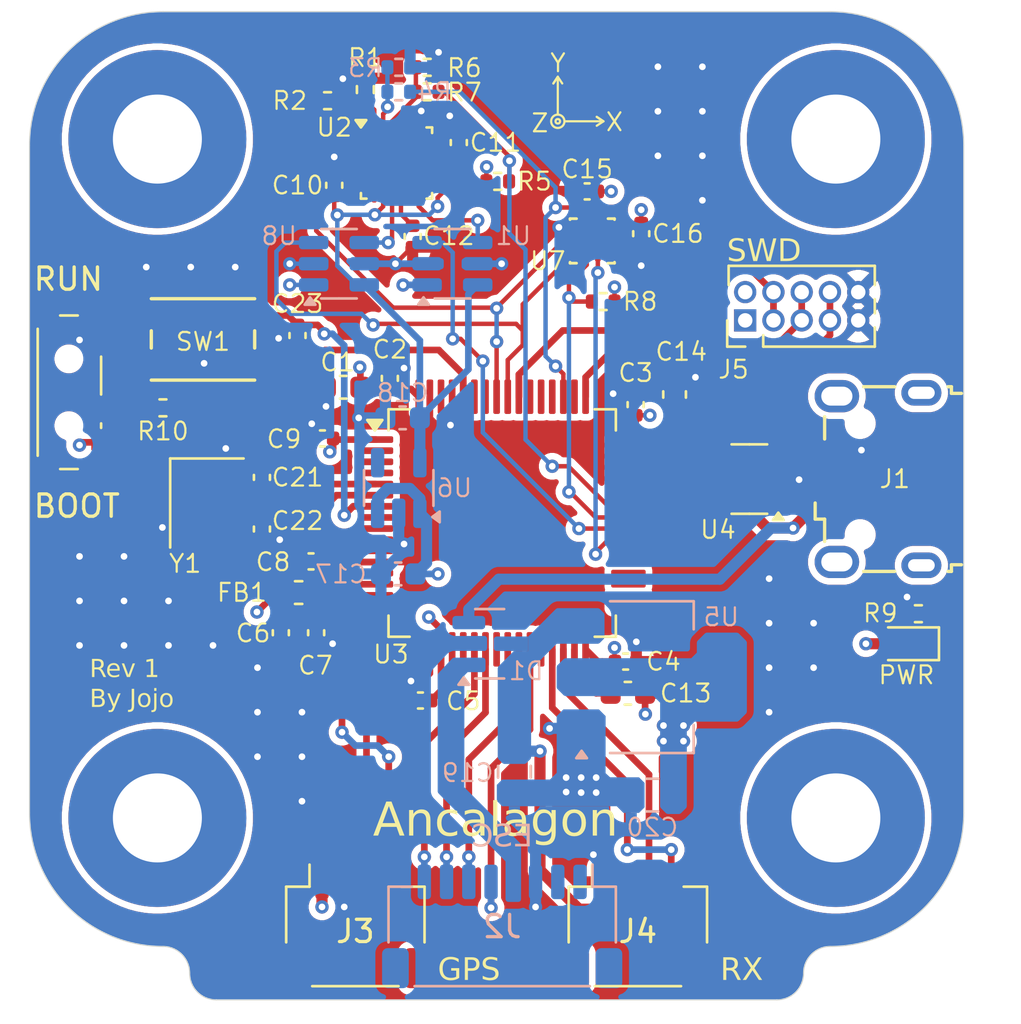
<source format=kicad_pcb>
(kicad_pcb (version 20241229) (generator "pcbnew") (generator_version "9.0")
  (layers (0 "F.Cu" signal) (4 "In1.Cu" signal) (6 "In2.Cu" signal) (2 "B.Cu" signal) (13 "F.Paste" user) (15 "B.Paste" user) (5 "F.SilkS" user "F.Silkscreen") (7 "B.SilkS" user "B.Silkscreen") (1 "F.Mask" user) (3 "B.Mask" user) (25 "Edge.Cuts" user))
  (net 0 "")
  (net 1 "GND")
  (net 2 "/HSE_IN")
  (net 3 "+3V3")
  (net 4 "+3.3VA")
  (net 5 "/HSE_OUT")
  (net 6 "/NRST")
  (net 7 "V_MAIN")
  (net 8 "+5V")
  (net 9 "VBUS")
  (net 10 "/PWR_LED_K")
  (net 11 "/SW_BOOT0")
  (net 12 "/BOOT0")
  (net 13 "/USB_D+")
  (net 14 "/USB_D-")
  (net 16 "Net-(J1-D-)")
  (net 18 "Net-(J1-D+)")
  (net 22 "/SWO")
  (net 23 "+1V8")
  (net 24 "/SWDIO")
  (net 25 "/SWCLK")
  (net 26 "/IMU_MISO")
  (net 27 "/MISO")
  (net 28 "/IMU_INT")
  (net 29 "/INT1")
  (net 30 "/IMU_MOSI")
  (net 31 "/MOSI")
  (net 32 "/IMU_SCK")
  (net 33 "/SCK")
  (net 34 "/IMU_CS")
  (net 35 "/CS1")
  (net 36 "/S1")
  (net 37 "/S2")
  (net 38 "/S3")
  (net 39 "/S4")
  (net 40 "/CS2")
  (net 41 "/INT2")
  (net 42 "/GPS_TX")
  (net 43 "/GPS_RX")
  (net 44 "/ELRS_TX")
  (net 45 "/ELRS_RX")
  (net 46 "/CRT")
  (net 47 "/BAT")
  (net 52 "Net-(U2-REGOUT)")
  (net 53 "Net-(U3-VCAP_1)")
  (net 54 "Net-(U3-VCAP_2)")
  (footprint "Resistor_SMD:R_0402_1005Metric" (layer "F.Cu") (at 29.8625 17.9875 -90)
    (property "Reference" "R1")
    (property "Value" "3k3" (hide yes))
  )
  (footprint "Resistor_SMD:R_0402_1005Metric" (layer "F.Cu") (at 20.7625 32.2875)
    (property "Reference" "R10")
    (property "Value" "10k" (hide yes))
  )
  (footprint "Connector_JST:JST_SH_SM04B-SRSS-TB_1x04-1MP_P1.00mm_Horizontal" (layer "F.Cu") (at 42.1125 55.5875)
    (property "Reference" "J4")
    (property "Value" "JST_SH_SM04B-SRSS-TB_1x04-1MP_P1.00mm_Horizontal" (hide yes))
  )
  (footprint "Connector_USB:USB_Micro-B_Wuerth_629105150521" (layer "F.Cu") (at 52.9075 35.4875 90)
    (property "Reference" "J1")
    (property "Value" "629105150521")
  )
  (footprint "Capacitor_SMD:C_0402_1005Metric" (layer "F.Cu") (at 41.5625 43.6875)
    (property "Reference" "C4")
    (property "Value" "100n" (hide yes))
  )
  (footprint "Resistor_SMD:R_0402_1005Metric" (layer "F.Cu") (at 54.7225 41.5375 180)
    (property "Reference" "R9")
    (property "Value" "1.5k" (hide yes))
  )
  (footprint "Button_Switch_SMD:SW_SPDT_PCM12" (layer "F.Cu") (at 16.8625 31.5875 -90)
    (property "Reference" "SW2" (hide yes))
    (property "Value" "PCM12SMTR" (hide yes))
  )
  (footprint "Capacitor_SMD:C_0402_1005Metric" (layer "F.Cu") (at 28.4625 22.2875 90)
    (property "Reference" "C10")
    (property "Value" "100n" (hide yes))
  )
  (footprint "Capacitor_SMD:C_0402_1005Metric" (layer "F.Cu") (at 27.42 39.1875)
    (property "Reference" "C8")
    (property "Value" "1u" (hide yes))
  )
  (footprint "Sensor_Motion:InvenSense_QFN-24_3x3mm_P0.4mm" (layer "F.Cu") (at 31.2625 21.2875)
    (property "Reference" "U2")
    (property "Value" "ICM-20948" (hide yes))
  )
  (footprint "Inductor_SMD:L_0603_1608Metric" (layer "F.Cu") (at 26.8625 40.5875 180)
    (property "Reference" "FB1")
    (property "Value" "120R @ 100MHz" (hide yes))
  )
  (footprint "Capacitor_SMD:C_0402_1005Metric" (layer "F.Cu") (at 27.65 42.3925 -90)
    (property "Reference" "C7")
    (property "Value" "10n" (hide yes))
  )
  (footprint "Capacitor_SMD:C_0603_1608Metric" (layer "F.Cu") (at 43.7625 31.6875 90)
    (property "Reference" "C14")
    (property "Value" "2u2" (hide yes))
  )
  (footprint "Capacitor_SMD:C_0402_1005Metric" (layer "F.Cu") (at 26.8125 29.0375 -90)
    (property "Reference" "C23")
    (property "Value" "100n" (hide yes))
  )
  (footprint "Capacitor_SMD:C_0402_1005Metric" (layer "F.Cu") (at 39.8325 22.5625 180)
    (property "Reference" "C15")
    (property "Value" "100n" (hide yes))
  )
  (footprint "Resistor_SMD:R_0402_1005Metric" (layer "F.Cu") (at 40.5525 27.5125)
    (property "Reference" "R8")
    (property "Value" "10k" (hide yes))
  )
  (footprint "Connector_JST:JST_SH_SM04B-SRSS-TB_1x04-1MP_P1.00mm_Horizontal" (layer "F.Cu") (at 29.4125 55.5875)
    (property "Reference" "J3")
    (property "Value" "JST_SH_SM04B-SRSS-TB_1x04-1MP_P1.00mm_Horizontal" (hide yes))
  )
  (footprint "Capacitor_SMD:C_0402_1005Metric" (layer "F.Cu") (at 34.0625 20.3675 90)
    (property "Reference" "C11")
    (property "Value" "100n" (hide yes))
  )
  (footprint "Sensor_Pressure:BMP390L" (layer "F.Cu") (at 40.0625 24.7875)
    (property "Reference" "U7")
    (property "Value" "BMP390L")
  )
  (footprint "Resistor_SMD:R_0402_1005Metric" (layer "F.Cu") (at 28.1625 18.4875 180)
    (property "Reference" "R2")
    (property "Value" "2k7" (hide yes))
  )
  (footprint "Package_QFP:LQFP-64_10x10mm_P0.5mm" (layer "F.Cu") (at 36.0125 37.4625)
    (property "Reference" "U3")
    (property "Value" "STM32F405RGTx" (hide yes))
  )
  (footprint "Capacitor_SMD:C_0402_1005Metric" (layer "F.Cu") (at 30.9625 30.9625 90)
    (property "Reference" "C2")
    (property "Value" "100n" (hide yes))
  )
  (footprint "Capacitor_SMD:C_0402_1005Metric" (layer "F.Cu") (at 31.9875 24.5875 -90)
    (property "Reference" "C12")
    (property "Value" "100n" (hide yes))
  )
  (footprint "Capacitor_SMD:C_0603_1608Metric" (layer "F.Cu") (at 28.8625 31.3625 180)
    (property "Reference" "C1")
    (property "Value" "4u7" (hide yes))
  )
  (footprint "Capacitor_SMD:C_0402_1005Metric" (layer "F.Cu") (at 32.3375 45.4375 180)
    (property "Reference" "C5")
    (property "Value" "100n" (hide yes))
  )
  (footprint "LED_SMD:LED_0603_1608Metric" (layer "F.Cu") (at 54.1625 42.8875 180)
    (property "Reference" "D2" (hide yes))
    (property "Value" "RED" (hide yes))
  )
  (footprint "Capacitor_SMD:C_0402_1005Metric" (layer "F.Cu") (at 27.9325 33.6625 180)
    (property "Reference" "C9")
    (property "Value" "1u" (hide yes))
  )
  (footprint "Resistor_SMD:R_0402_1005Metric" (layer "F.Cu") (at 32.6425 18.0875)
    (property "Reference" "R7")
    (property "Value" "2k7" (hide yes))
  )
  (footprint "Capacitor_SMD:C_0402_1005Metric" (layer "F.Cu") (at 42.0125 32.1425 90)
    (property "Reference" "C3")
    (property "Value" "100n" (hide yes))
  )
  (footprint "Button_Switch_SMD:SW4_PTS815 SJM 250 SMTR LFS_CNK" (layer "F.Cu") (at 22.5625 29.2125)
    (property "Reference" "SW1")
    (property "Value" "PTS815SJM250SMTRLFS" (hide yes))
  )
  (footprint "MountingHole:MountingHole_4mm_Pad" (layer "F.Cu") (at 20.5125 20.2125)
    (property "Reference" "H1" (hide yes))
    (property "Value" "MountingHole_Pad" (hide yes))
  )
  (footprint "Capacitor_SMD:C_0402_1005Metric" (layer "F.Cu") (at 26.0625 42.3925 -90)
    (property "Reference" "C6")
    (property "Value" "100n" (hide yes))
  )
  (footprint "Capacitor_SMD:C_0402_1005Metric" (layer "F.Cu") (at 25.2125 37.7325 -90)
    (property "Reference" "C22")
    (property "Value" "14p" (hide yes))
  )
  (footprint "MountingHole:MountingHole_4mm_Pad" (layer "F.Cu") (at 20.5125 50.7125)
    (property "Reference" "H3" (hide yes))
    (property "Value" "MountingHole_Pad" (hide yes))
  )
  (footprint "Capacitor_SMD:C_0402_1005Metric" (layer "F.Cu") (at 25.2125 35.4125 90)
    (property "Reference" "C21")
    (property "Value" "14p" (hide yes))
  )
  (footprint "Crystal:Crystal_SMD_3225-4Pin_3.2x2.5mm" (layer "F.Cu") (at 22.7375 36.5625 -90)
    (property "Reference" "Y1")
    (property "Value" "X32258MOB4SI" (hide yes))
  )
  (footprint "Resistor_SMD:R_0402_1005Metric" (layer "F.Cu") (at 32.6425 16.9875 180)
    (property "Reference" "R6")
    (property "Value" "3k3" (hide yes))
  )
  (footprint "MountingHole:MountingHole_4mm_Pad" (layer "F.Cu") (at 51.0125 50.7125)
    (property "Reference" "H4" (hide yes))
    (property "Value" "MountingHole_Pad" (hide yes))
  )
  (footprint "Capacitor_SMD:C_0603_1608Metric" (layer "F.Cu") (at 41.6625 45.1125)
    (property "Reference" "C13")
    (property "Value" "2u2" (hide yes))
  )
  (footprint "Resistor_SMD:R_0402_1005Metric" (layer "F.Cu") (at 35.8125 22.1125 180)
    (property "Reference" "R5")
    (property "Value" "10k" (hide yes))
  )
  (footprint "MountingHole:MountingHole_4mm_Pad" (layer "F.Cu") (at 51.0125 20.2125)
    (property "Reference" "H2" (hide yes))
    (property "Value" "MountingHole_Pad" (hide yes))
  )
  (footprint "Package_TO_SOT_SMD:SOT-23-6" (layer "F.Cu") (at 47.125 35.4875 180)
    (property "Reference" "U4")
    (property "Value" "USBLC6-2SC6" (hide yes))
  )
  (footprint "Capacitor_SMD:C_0402_1005Metric" (layer "F.Cu") (at 42.2625 24.4625 -90)
    (property "Reference" "C16")
    (property "Value" "100n" (hide yes))
  )
  (footprint "Connector_PinHeader_1.27mm:PinHeader_2x05_P1.27mm_Vertical" (layer "F.Cu") (at 46.9375 28.3575 90)
    (property "Reference" "J5")
    (property "Value" "Conn_02x05_Odd_Even" (hide yes))
  )
  (footprint "Connector_JST:JST_SH_SM08B-SRSS-TB_1x08-1MP_P1.00mm_Horizontal" (layer "B.Cu") (at 36.0125 55.5875 180)
    (property "Reference" "J2")
    (property "Value" "JST_SH_SM08B-SRSS-TB_1x08-1MP_P1.00mm_Horizontal" (hide yes))
  )
  (footprint "Capacitor_SMD:C_0805_2012Metric" (layer "B.Cu") (at 42.7625 49.6875 180)
    (property "Reference" "C20")
    (property "Value" "22u" (hide yes))
  )
  (footprint "Capacitor_SMD:C_0603_1608Metric" (layer "B.Cu") (at 31.5375 32.7375 180)
    (property "Reference" "C18")
    (property "Value" "1u" (hide yes))
  )
  (footprint "Resistor_SMD:R_0402_1005Metric" (layer "B.Cu") (at 31.3625 18.0875)
    (property "Reference" "R4")
    (property "Value" "2k7" (hide yes))
  )
  (footprint "Package_TO_SOT_SMD:SOT-23-6" (layer "B.Cu") (at 33.775 25.8125)
    (property "Reference" "U1")
    (property "Value" "SN74LVC1T45DBV" (hide yes))
  )
  (footprint "Package_TO_SOT_SMD:SOT-23-6" (layer "B.Cu") (at 28.675 25.8125)
    (property "Reference" "U8")
    (property "Value" "SN74LVC1T45DBV" (hide yes))
  )
  (footprint "Capacitor_SMD:C_0805_2012Metric" (layer "B.Cu") (at 36.5625 48.6375 -90)
    (property "Reference" "C19")
    (property "Value" "22u" (hide yes))
  )
  (footprint "Package_TO_SOT_SMD:SOT-23" (layer "B.Cu") (at 35.45 42.8875)
    (property "Reference" "D1")
    (property "Value" "PMEG2005CT,215" (hide yes))
  )
  (footprint "Package_TO_SOT_SMD:SOT-223-3_TabPin2" (layer "B.Cu") (at 42.7125 44.3875)
    (property "Reference" "U5")
    (property "Value" "AMS1117-3.3" (hide yes))
  )
  (footprint "Package_TO_SOT_SMD:SOT-23-5" (layer "B.Cu") (at 31.3625 35.8875 90)
    (property "Reference" "U6")
    (property "Value" "TLV70018" (hide yes))
  )
  (footprint "Capacitor_SMD:C_0603_1608Metric" (layer "B.Cu") (at 31.3375 39.75 180)
    (property "Reference" "C17")
    (property "Value" "100n" (hide yes))
  )
  (footprint "Resistor_SMD:R_0402_1005Metric" (layer "B.Cu") (at 31.3625 16.9875 180)
    (property "Reference" "R3")
    (property "Value" "2k7" (hide yes))
  )
  (gr_line (start 38.5125 17.4125) (end 38.3125 17.7125) (stroke (width 0.1)) (layer "F.SilkS"))
  (gr_line (start 38.3125 17.7125) (end 38.5125 17.4125) (stroke (width 0.1)) (layer "F.SilkS"))
  (gr_line (start 40.2625 19.2125) (end 40.5625 19.4125) (stroke (width 0.1)) (layer "F.SilkS"))
  (gr_line (start 40.5625 19.4125) (end 40.2625 19.2125) (stroke (width 0.1)) (layer "F.SilkS"))
  (gr_line (start 40.5625 19.4125) (end 40.2625 19.6125) (stroke (width 0.1)) (layer "F.SilkS"))
  (gr_line (start 38.8625 19.4125) (end 40.5625 19.4125) (stroke (width 0.1)) (layer "F.SilkS"))
  (gr_circle (center 38.5125 19.4125) (end 38.5125 19.1125) (stroke (width 0.1)) (fill no) (layer "F.SilkS"))
  (gr_line (start 38.5125 17.4125) (end 38.7125 17.7125) (stroke (width 0.1)) (layer "F.SilkS"))
  (gr_circle (center 38.5125 19.4125) (end 38.6125 19.4125) (stroke (width 0.1)) (fill no) (layer "F.SilkS"))
  (gr_line (start 38.5125 19.1125) (end 38.5125 17.4125) (stroke (width 0.1)) (layer "F.SilkS"))
  (gr_line (start 14.7625 20.4875) (end 14.7625 50.4875) (stroke (width 0.05)) (layer "Edge.Cuts"))
  (gr_line (start 23.1625 58.8875) (end 48.3625 58.8875) (stroke (width 0.05)) (layer "Edge.Cuts"))
  (gr_arc (start 14.7625 20.4875) (mid 16.519859 16.244859) (end 20.7625 14.4875) (stroke (width 0.05)) (layer "Edge.Cuts"))
  (gr_arc (start 50.7625 14.4875) (mid 55.005141 16.244859) (end 56.7625 20.4875) (stroke (width 0.05)) (layer "Edge.Cuts"))
  (gr_arc (start 20.7625 56.4875) (mid 21.611028 56.838972) (end 21.9625 57.6875) (stroke (width 0.05)) (layer "Edge.Cuts"))
  (gr_arc (start 56.7625 50.4875) (mid 55.005141 54.730141) (end 50.7625 56.4875) (stroke (width 0.05)) (layer "Edge.Cuts"))
  (gr_line (start 56.7625 50.4875) (end 56.7625 20.4875) (stroke (width 0.05)) (layer "Edge.Cuts"))
  (gr_arc (start 49.5625 57.6875) (mid 49.913972 56.838972) (end 50.7625 56.4875) (stroke (width 0.05)) (layer "Edge.Cuts"))
  (gr_arc (start 20.7625 56.4875) (mid 16.519859 54.730141) (end 14.7625 50.4875) (stroke (width 0.05)) (layer "Edge.Cuts"))
  (gr_arc (start 49.5625 57.6875) (mid 49.211028 58.536028) (end 48.3625 58.8875) (stroke (width 0.05)) (layer "Edge.Cuts"))
  (gr_line (start 50.7625 14.4875) (end 20.7625 14.4875) (stroke (width 0.05)) (layer "Edge.Cuts"))
  (gr_arc (start 23.1625 58.8875) (mid 22.313972 58.536028) (end 21.9625 57.6875) (stroke (width 0.05)) (layer "Edge.Cuts"))
  (gr_text "Y" (at 38.1125 17.2625 0) (layer "F.SilkS") (effects (font (size 0.8 0.8) (thickness 0.1)) (justify left bottom)))
  (gr_text "GPS" (at 33.1125 58.1625 0) (layer "F.SilkS") (effects (font (size 1 1) (thickness 0.15) (italic yes)) (justify left bottom)))
  (gr_text "Z" (at 37.2625 19.9625 0) (layer "F.SilkS") (effects (font (size 0.8 0.8) (thickness 0.1)) (justify left bottom)))
  (gr_text "Ancalagon" (at 35.7125 51.7625 0) (layer "F.SilkS") (effects (font (size 1.5 1.5) (thickness 0.15) (italic yes)) (justify bottom)))
  (gr_text "Rev 1\nBy Jojo" (at 17.4625 45.8625 0) (layer "F.SilkS") (effects (font (size 0.8 0.8) (thickness 0.15) (italic yes)) (justify left bottom)))
  (gr_text "X" (at 40.6125 19.9125 0) (layer "F.SilkS") (effects (font (size 0.8 0.8) (thickness 0.1)) (justify left bottom)))
  (gr_text "RX" (at 45.8125 58.1625 0) (layer "F.SilkS") (effects (font (size 1 1) (thickness 0.15) (italic yes)) (justify left bottom)))
  (gr_text "PWR" (at 52.8625 44.7625 0) (layer "F.SilkS") (effects (font (size 0.8 0.8) (thickness 0.1)) (justify left bottom)))
  (gr_text "RUN" (at 14.8625 27.0875 0) (layer "F.SilkS") (effects (font (size 1 1)) (justify left bottom)))
  (gr_text "SWD" (at 46.1125 25.8625 0) (layer "F.SilkS") (effects (font (size 1 1) (thickness 0.15) (italic yes)) (justify left bottom)))
  (gr_text "BOOT" (at 14.8625 37.2875 0) (layer "F.SilkS") (effects (font (size 1 1)) (justify left bottom)))
  (gr_text "ESC" (at 36.0125 52.1625 0) (layer "B.SilkS") (effects (font (size 1 1) (thickness 0.15) (italic yes)) (justify bottom mirror)))
  (segment (start 26.8125 29.5175) (end 26.3175 29.5175) (width 0.3) (layer "F.Cu") (net 1))
  (segment (start 30.9625 30.4825) (end 31.5825 30.4825) (width 0.3) (layer "F.Cu") (net 1))
  (segment (start 30.3375 39.2125) (end 28 39.2125) (width 0.3) (layer "F.Cu") (net 1))
  (segment (start 33.6875 33.0625) (end 33.0625 33.0625) (width 0.3) (layer "F.Cu") (net 1))
  (segment (start 26.0125 38.2125) (end 25.2125 38.2125) (width 0.3) (layer "F.Cu") (net 1))
  (segment (start 41.2425 25.2875) (end 40.825 25.2875) (width 0.2) (layer "F.Cu") (net 1))
  (segment (start 28.0925 31.3675) (end 28.0875 31.3625) (width 0.3) (layer "F.Cu") (net 1))
  (segment (start 27.6625 42.885) (end 27.65 42.8725) (width 0.3) (layer "F.Cu") (net 1))
  (segment (start 20.312499 30.287499) (end 24.812501 30.287499) (width 0.3) (layer "F.Cu") (net 1))
  (segment (start 31.5825 30.4825) (end 31.6 30.5) (width 0.3) (layer "F.Cu") (net 1))
  (segment (start 52.1625 34.1875) (end 51.0075 34.1875) (width 0.3) (layer "F.Cu") (net 1))
  (segment (start 41.5875 24.9425) (end 41.4325 24.7875) (width 0.2) (layer "F.Cu") (net 1))
  (segment (start 40.1125 52.3625) (end 40.6125 52.8625) (width 0.3) (layer "F.Cu") (net 1))
  (segment (start 28.9125 53.5875) (end 28.9125 54.7125) (width 0.5) (layer "F.Cu") (net 1))
  (segment (start 33.1525 16.3125) (end 33.1525 16.9875) (width 0.2) (layer "F.Cu") (net 1))
  (segment (start 31.217034 39.2125) (end 30.3375 39.2125) (width 0.3) (layer "F.Cu") (net 1))
  (segment (start 41.4325 24.7875) (end 40.825 24.7875) (width 0.2) (layer "F.Cu") (net 1))
  (segment (start 31.8575 44.6175) (end 31.8575 45.4375) (width 0.3) (layer "F.Cu") (net 1))
  (segment (start 28.0925 32.2225) (end 28.0925 31.3675) (width 0.3) (layer "F.Cu") (net 1))
  (segment (start 39.3 24.2875) (end 38.675 24.2875) (width 0.2) (layer "F.Cu") (net 1))
  (segment (start 31.9125 44.5625) (end 32.4125 44.5625) (width 0.3) (layer "F.Cu") (net 1))
  (segment (start 40.6125 52.8625) (end 40.6125 53.5875) (width 0.3) (layer "F.Cu") (net 1))
  (segment (start 20.7375 37.6625) (end 21.8875 37.6625) (width 0.3) (layer "F.Cu") (net 1))
  (segment (start 32.7625 20.2875) (end 33.6625 20.2875) (width 0.2) (layer "F.Cu") (net 1))
  (segment (start 34.0625 19.8875) (end 34.0625 19.57603) (width 0.2) (layer "F.Cu") (net 1))
  (segment (start 32.7625 32.7625) (end 32.7625 31.7875) (width 0.3) (layer "F.Cu") (net 1))
  (segment (start 32.325799 18.949201) (end 31.8625 19.4125) (width 0.2) (layer "F.Cu") (net 1))
  (segment (start 42.2625 24.9425) (end 42.2625 25.9) (width 0.2) (layer "F.Cu") (net 1))
  (segment (start 44.7 30.9125) (end 43.7625 30.9125) (width 0.3) (layer "F.Cu") (net 1))
  (segment (start 31.8575 45.4375) (end 31.8575 45.38924) (width 0.3) (layer "F.Cu") (net 1))
  (segment (start 49.359735 35.515265) (end 49.189025 35.515265) (width 0.3) (layer "F.Cu") (net 1))
  (segment (start 17.1125 29.3375) (end 18.2925 29.3375) (width 0.3) (layer "F.Cu") (net 1))
  (segment (start 34.0625 19.57603) (end 33.655735 19.169265) (width 0.2) (layer "F.Cu") (net 1))
  (segment (start 31.2125 25.8125) (end 31.7625 25.2625) (width 0.2) (layer "F.Cu") (net 1))
  (segment (start 31.7625 25.2625) (end 31.7625 25.0675) (width 0.2) (layer "F.Cu") (net 1))
  (segment (start 32.4125 44.5625) (end 32.7625 44.2125) (width 0.3) (layer "F.Cu") (net 1))
  (segment (start 28.39 42.885) (end 27.6625 42.885) (width 0.3) (layer "F.Cu") (net 1))
  (segment (start 22.6125 30.287499) (end 24.812501 30.287499) (width 0.3) (layer "F.Cu") (net 1))
  (segment (start 41.0125 31.6625) (end 42.0125 31.6625) (width 0.3) (layer "F.Cu") (net 1))
  (segment (start 31.9125 44.5625) (end 31.8575 44.6175) (width 0.3) (layer "F.Cu") (net 1))
  (segment (start 38.675 24.2875) (end 38.5625 24.175) (width 0.2) (layer "F.Cu") (net 1))
  (segment (start 26.3175 29.5175) (end 25.9625 29.1625) (width 0.3) (layer "F.Cu") (net 1))
  (segment (start 27.4525 33.0025) (end 27.4525 33.6625) (width 0.3) (layer "F.Cu") (net 1))
  (segment (start 31.8625 19.4125) (end 31.8625 19.7875) (width 0.2) (layer "F.Cu") (net 1))
  (segment (start 41.5875 24.9425) (end 41.2425 25.2875) (width 0.2) (layer "F.Cu") (net 1))
  (segment (start 33.6625 20.2875) (end 34.0625 19.8875) (width 0.2) (layer "F.Cu") (net 1))
  (segment (start 49.16126 35.4875) (end 48.2625 35.4875) (width 0.3) (layer "F.Cu") (net 1))
  (segment (start 42.0425 42.8) (end 42.0425 43.6875) (width 0.3) (layer "F.Cu") (net 1))
  (segment (start 32.7625 44.2125) (end 32.7625 43.1375) (width 0.3) (layer "F.Cu") (net 1))
  (segment (start 17.0125 29.2375) (end 17.1125 29.3375) (width 0.3) (layer "F.Cu") (net 1))
  (segment (start 42.4375 45.1125) (end 42.4375 46.0375) (width 0.3) (layer "F.Cu") (net 1))
  (segment (start 31.600163 38.829371) (end 31.600163 38.406155) (width 0.3) (layer "F.Cu") (net 1))
  (segment (start 42.4375 46.0375) (end 42.45 46.05) (width 0.3) (layer "F.Cu") (net 1))
  (segment (start 32.374329 18.949201) (end 32.325799 18.949201) (width 0.2) (layer "F.Cu") (net 1))
  (segment (start 42.2625 24.9425) (end 41.5875 24.9425) (width 0.2) (layer "F.Cu") (net 1))
  (segment (start 41 31.65) (end 41.0125 31.6625) (width 0.3) (layer "F.Cu") (net 1))
  (segment (start 25.2125 34.9325) (end 24.1175 34.9325) (width 0.3) (layer "F.Cu") (net 1))
  (segment (start 31.217034 39.2125) (end 31.600163 38.829371) (width 0.3) (layer "F.Cu") (net 1))
  (segment (start 28 39.2125) (end 27.9 39.1125) (width 0.3) (layer "F.Cu") (net 1))
  (segment (start 33.0625 33.0625) (end 32.7625 32.7625) (width 0.3) (layer "F.Cu") (net 1))
  (segment (start 24.1175 34.9325) (end 23.5875 35.4625) (width 0.3) (layer "F.Cu") (net 1))
  (segment (start 28.4625 21.8075) (end 28.4625 21.0125) (width 0.2) (layer "F.Cu") (net 1))
  (segment (start 23.5875 34.1125) (end 23.5875 35.4625) (width 0.3) (layer "F.Cu") (net 1))
  (segment (start 54.2125 40.7875) (end 54.2125 41.5375) (width 0.5) (layer "F.Cu") (net 1))
  (segment (start 49.189025 35.515265) (end 49.16126 35.4875) (width 0.3) (layer "F.Cu") (net 1))
  (via (at 43.0125 18.9625) (size 0.6) (drill 0.3) (layers "F.Cu" "B.Cu") (net 1))
  (via (at 38.8875 48.9) (size 0.6) (drill 0.3) (layers "F.Cu" "B.Cu") (net 1))
  (via (at 40.2375 48.9) (size 0.6) (drill 0.3) (layers "F.Cu" "B.Cu") (net 1))
  (via (at 32.374329 18.949201) (size 0.6) (drill 0.3) (layers "F.Cu" "B.Cu") (net 1))
  (via (at 41 31.65) (size 0.6) (drill 0.3) (layers "F.Cu" "B.Cu") (net 1))
  (via (at 50.0125 41.9625) (size 0.6) (drill 0.3) (layers "F.Cu" "B.Cu") (net 1))
  (via (at 17.0125 38.9625) (size 0.6) (drill 0.3) (layers "F.Cu" "B.Cu") (net 1))
  (via (at 38.1425 46.6925) (size 0.6) (drill 0.3) (layers "F.Cu" "B.Cu") (net 1))
  (via (at 35.9875 25.8125) (size 0.6) (drill 0.3) (layers "F.Cu" "B.Cu") (net 1))
  (via (at 40.2375 49.575) (size 0.6) (drill 0.3) (layers "F.Cu" "B.Cu") (net 1))
  (via (at 37.5125 54.7125) (size 0.6) (drill 0.3) (layers "F.Cu" "B.Cu") (net 1))
  (via (at 20.0125 25.9625) (size 0.6) (drill 0.3) (layers "F.Cu" "B.Cu") (net 1))
  (via (at 44.7 30.9125) (size 0.6) (drill 0.3) (layers "F.Cu" "B.Cu") (net 1))
  (via (at 33.6875 33.0625) (size 0.6) (drill 0.3) (layers "F.Cu" "B.Cu") (net 1))
  (via (at 23.5875 34.1125) (size 0.6) (drill 0.3) (layers "F.Cu" "B.Cu") (net 1))
  (via (at 28.85 17.5) (size 0.6) (drill 0.3) (layers "F.Cu" "B.Cu") (net 1))
  (via (at 45.0125 20.9625) (size 0.6) (drill 0.3) (layers "F.Cu" "B.Cu") (net 1))
  (via (at 48.0125 39.9625) (size 0.6) (drill 0.3) (layers "F.Cu" "B.Cu") (net 1))
  (via (at 25.0125 43.9625) (size 0.6) (drill 0.3) (layers "F.Cu" "B.Cu") (net 1))
  (via (at 27.0125 47.9625) (size 0.6) (drill 0.3) (layers "F.Cu" "B.Cu") (net 1))
  (via (at 28.9125 54.7125) (size 0.6) (drill 0.3) (layers "F.Cu" "B.Cu") (net 1))
  (via (at 22.6125 30.287499) (size 0.6) (drill 0.3) (layers "F.Cu" "B.Cu") (net 1))
  (via (at 28.0925 32.2225) (size 0.6) (drill 0.3) (layers "F.Cu" "B.Cu") (net 1))
  (via (at 27.4525 33.0025) (size 0.6) (drill 0.3) (layers "F.Cu" "B.Cu") (net 1))
  (via (at 50.0125 43.9625) (size 0.6) (drill 0.3) (layers "F.Cu" "B.Cu") (net 1))
  (via (at 24.0125 25.9625) (size 0.6) (drill 0.3) (layers "F.Cu" "B.Cu") (net 1))
  (via (at 25.0125 47.9625) (size 0.6) (drill 0.3) (layers "F.Cu" "B.Cu") (net 1))
  (via (at 39.5625 48.9) (size 0.6) (drill 0.3) (layers "F.Cu" "B.Cu") (net 1))
  (via (at 43.0125 20.9625) (size 0.6) (drill 0.3) (layers "F.Cu" "B.Cu") (net 1))
  (via (at 54.2125 40.7875) (size 0.6) (drill 0.3) (layers "F.Cu" "B.Cu") (net 1))
  (via (at 31.2125 25.8125) (size 0.6) (drill 0.3) (layers "F.Cu" "B.Cu") (net 1))
  (via (at 48.0125 41.9625) (size 0.6) (drill 0.3) (layers "F.Cu" "B.Cu") (net 1))
  (via (at 27.0125 49.9625) (size 0.6) (drill 0.3) (layers "F.Cu" "B.Cu") (net 1))
  (via (at 31.9125 44.5625) (size 0.6) (drill 0.3) (layers "F.Cu" "B.Cu") (net 1))
  (via (at 21.0125 42.9625) (size 0.6) (drill 0.3) (layers "F.Cu" "B.Cu") (net 1))
  (via (at 48.0125 45.9625) (size 0.6) (drill 0.3) (layers "F.Cu" "B.Cu") (net 1))
  (via (at 23.0125 42.9625) (size 0.6) (drill 0.3) (layers "F.Cu" "B.Cu") (net 1))
  (via (at 25.0125 45.9625) (size 0.6) (drill 0.3) (layers "F.Cu" "B.Cu") (net 1))
  (via (at 25.9625 29.1625) (size 0.6) (drill 0.3) (layers "F.Cu" "B.Cu") (net 1))
  (via (at 17.0125 40.9625) (size 0.6) (drill 0.3) (layers "F.Cu" "B.Cu") (net 1))
  (via (at 52.1625 34.1875) (size 0.6) (drill 0.3) (layers "F.Cu" "B.Cu") (net 1))
  (via (at 26.0125 38.2125) (size 0.6) (drill 0.3) (layers "F.Cu" "B.Cu") (net 1))
  (via (at 26.4625 25.8125) (size 0.6) (drill 0.3) (layers "F.Cu" "B.Cu") (net 1))
  (via (at 19.0125 38.9625) (size 0.6) (drill 0.3) (layers "F.Cu" "B.Cu") (net 1))
  (via (at 31.600163 38.406155) (size 0.6) (drill 0.3) (layers "F.Cu" "B.Cu") (net 1))
  (via (at 17.0125 42.9625) (size 0.6) (drill 0.3) (layers "F.Cu" "B.Cu") (net 1))
  (via (at 27.0125 45.9625) (size 0.6) (drill 0.3) (layers "F.Cu" "B.Cu") (net 1))
  (via (at 33.655735 19.169265) (size 0.6) (drill 0.3) (layers "F.Cu" "B.Cu") (net 1))
  (via (at 17.0125 29.2375) (size 0.6) (drill 0.3) (layers "F.Cu" "B.Cu") (net 1))
  (via (at 42.45 46.05) (size 0.6) (drill 0.3) (layers "F.Cu" "B.Cu") (net 1))
  (via (at 38.5625 24.175) (size 0.6) (drill 0.3) (layers "F.Cu" "B.Cu") (net 1))
  (via (at 28.4625 21.0125) (size 0.6) (drill 0.3) (layers "F.Cu" "B.Cu") (net 1))
  (via (at 43.0125 16.9625) (size 0.6) (drill 0.3) (layers "F.Cu" "B.Cu") (net 1))
  (via (at 19.0125 42.9625) (size 0.6) (drill 0.3) (layers "F.Cu" "B.Cu") (net 1))
  (via (at 45.0125 22.9625) (size 0.6) (drill 0.3) (layers "F.Cu" "B.Cu") (net 1))
  (via (at 19.0125 40.9625) (size 0.6) (drill 0.3) (layers "F.Cu" "B.Cu") (net 1))
  (via (at 22.0125 25.9625) (size 0.6) (drill 0.3) (layers "F.Cu" "B.Cu") (net 1))
  (via (at 33.1525 16.3125) (size 0.6) (drill 0.3) (layers "F.Cu" "B.Cu") (net 1))
  (via (at 45.0125 16.9625) (size 0.6) (drill 0.3) (layers "F.Cu" "B.Cu") (net 1))
  (via (at 39.5625 49.575) (size 0.6) (drill 0.3) (layers "F.Cu" "B.Cu") (net 1))
  (via (at 28.39 42.885) (size 0.6) (drill 0.3) (layers "F.Cu" "B.Cu") (net 1))
  (via (at 21.0125 40.9625) (size 0.6) (drill 0.3) (layers "F.Cu" "B.Cu") (net 1))
  (via (at 49.359735 35.515265) (size 0.6) (drill 0.3) (layers "F.Cu" "B.Cu") (net 1))
  (via (at 42.0425 42.8) (size 0.6) (drill 0.3) (layers "F.Cu" "B.Cu") (net 1))
  (via (at 45.0125 18.9625) (size 0.6) (drill 0.3) (layers "F.Cu" "B.Cu") (net 1))
  (via (at 29.5625 32.7375) (size 0.6) (drill 0.3) (layers "F.Cu" "B.Cu") (net 1))
  (via (at 20.7375 37.6625) (size 0.6) (drill 0.3) (layers "F.Cu" "B.Cu") (net 1))
  (via (at 38.8875 49.55) (size 0.6) (drill 0.3) (layers "F.Cu" "B.Cu") (net 1))
  (via (at 40.1125 52.3625) (size 0.6) (drill 0.3) (layers "F.Cu" "B.Cu") (net 1))
  (via (at 42.2625 25.9) (size 0.6) (drill 0.3) (layers "F.Cu" "B.Cu") (net 1))
  (via (at 31.6 30.5) (size 0.6) (drill 0.3) (layers "F.Cu" "B.Cu") (net 1))
  (via (at 48.0125 43.9625) (size 0.6) (drill 0.3) (layers "F.Cu" "B.Cu") (net 1))
  (segment (start 29.8125 25.8125) (end 31.2125 25.8125) (width 0.3) (layer "B.Cu") (net 1))
  (segment (start 36.5625 49.5875) (end 36.5175 49.5875) (width 0.3) (layer "B.Cu") (net 1))
  (segment (start 31.3625 37.025) (end 31.3625 38.95) (width 0.5) (layer "B.Cu") (net 1))
  (segment (start 39.5625 46.6875) (end 38.1475 46.6875) (width 0.5) (layer "B.Cu") (net 1))
  (segment (start 30.6 39.75) (end 30.5625 39.75) (width 0.5) (layer "B.Cu") (net 1))
  (segment (start 31.3625 38.95) (end 30.5625 39.75) (width 0.5) (layer "B.Cu") (net 1))
  (segment (start 30.7625 32.7375) (end 29.5625 32.7375) (width 0.3) (layer "B.Cu") (net 1))
  (segment (start 32.6125 25.7875) (end 32.6375 25.8125) (width 0.2) (layer "B.Cu") (net 1))
  (segment (start 38.1475 46.6875) (end 38.1425 46.6925) (width 0.5) (layer "B.Cu") (net 1))
  (segment (start 32.5375 16.9875) (end 31.8725 16.9875) (width 0.2) (layer "B.Cu") (net 1))
  (segment (start 33.1525 16.3725) (end 32.5375 16.9875) (width 0.2) (layer "B.Cu") (net 1))
  (segment (start 37.5125 53.5875) (end 37.5125 54.7125) (width 0.3) (layer "B.Cu") (net 1))
  (segment (start 35.9875 25.8125) (end 34.9125 25.8125) (width 0.3) (layer "B.Cu") (net 1))
  (segment (start 33.1525 16.3125) (end 33.1525 16.3725) (width 0.2) (layer "B.Cu") (net 1))
  (segment (start 31.2125 25.8125) (end 32.6375 25.8125) (width 0.3) (layer "B.Cu") (net 1))
  (segment (start 27.5375 25.8125) (end 26.4625 25.8125) (width 0.2) (layer "B.Cu") (net 1))
  (segment (start 22.6365 36.5135) (end 24.5915 36.5135) (width 0.3) (layer "F.Cu") (net 2))
  (segment (start 25.3925 35.7125) (end 25.2125 35.8925) (width 0.3) (layer "F.Cu") (net 2))
  (segment (start 30.3375 35.7125) (end 25.3925 35.7125) (width 0.3) (layer "F.Cu") (net 2))
  (segment (start 21.8875 35.7645) (end 22.6365 36.5135) (width 0.3) (layer "F.Cu") (net 2))
  (segment (start 24.5915 36.5135) (end 25.2125 35.8925) (width 0.3) (layer "F.Cu") (net 2))
  (segment (start 21.8875 35.4625) (end 21.8875 35.7645) (width 0.3) (layer "F.Cu") (net 2))
  (segment (start 28.4625 33.7125) (end 28.4125 33.6625) (width 0.3) (layer "F.Cu") (net 3))
  (segment (start 40.3125 24.025) (end 40.3125 22.5625) (width 0.2) (layer "F.Cu") (net 3))
  (segment (start 30.9575 31.4375) (end 29.7125 31.4375) (width 0.3) (layer "F.Cu") (net 3))
  (segment (start 40.3125 22.5625) (end 40.9125 22.5625) (width 0.2) (layer "F.Cu") (net 3))
  (segment (start 29.6375 30.4875) (end 29.6125 30.4625) (width 0.3) (layer "F.Cu") (net 3))
  (segment (start 40.3125 43.6875) (end 39.7625 43.1375) (width 0.3) (layer "F.Cu") (net 3))
  (segment (start 17.0125 33.9625) (end 17.1375 33.8375) (width 0.3) (layer "F.Cu") (net 3))
  (segment (start 42.2625 23.9825) (end 42.2625 23.3875) (width 0.2) (layer "F.Cu") (net 3))
  (segment (start 52.3625 42.8875) (end 53.375 42.8875) (width 0.5) (layer "F.Cu") (net 3))
  (segment (start 41.0825 43.6875) (end 40.5125 43.6875) (width 0.3) (layer "F.Cu") (net 3))
  (segment (start 33.2625 43.1375) (end 33.2625 42.2375) (width 0.3) (layer "F.Cu") (net 3))
  (segment (start 25.8625 40.5875) (end 26.075 40.5875) (width 0.3) (layer "F.Cu") (net 3))
  (segment (start 29.7125 31.4375) (end 29.6375 31.3625) (width 0.3) (layer "F.Cu") (net 3))
  (segment (start 33.2625 44.9925) (end 32.8175 45.4375) (width 0.3) (layer "F.Cu") (net 3))
  (segment (start 17.1375 33.8375) (end 18.2925 33.8375) (width 0.3) (layer "F.Cu") (net 3))
  (segment (start 35.3025 22.1125) (end 35.3025 21.4725) (width 0.2) (layer "F.Cu") (net 3))
  (segment (start 31.9175 31.4425) (end 32.2625 31.7875) (width 0.3) (layer "F.Cu") (net 3))
  (segment (start 30.3375 33.7125) (end 28.4625 33.7125) (width 0.3) (layer "F.Cu") (net 3))
  (segment (start 35.3025 21.4725) (end 35.3125 21.4625) (width 0.2) (layer "F.Cu") (net 3))
  (segment (start 42.0125 33.3875) (end 41.6875 33.7125) (width 0.3) (layer "F.Cu") (net 3))
  (segment (start 41.0625 27.5125) (end 41.0625 26.8625) (width 0.2) (layer "F.Cu") (net 3))
  (segment (start 42.0125 32.6225) (end 42.6525 32.6225) (width 0.2) (layer "F.Cu") (net 3))
  (segment (start 26.0625 40.6) (end 26.075 40.5875) (width 0.3) (layer "F.Cu") (net 3))
  (segment (start 30.9625 31.4425) (end 31.9175 31.4425) (width 0.3) (layer "F.Cu") (net 3))
  (segment (start 30.8825 31.3625) (end 30.9625 31.4425) (width 0.3) (layer "F.Cu") (net 3))
  (segment (start 30.9625 31.4425) (end 30.9575 31.4375) (width 0.3) (layer "F.Cu") (net 3))
  (segment (start 33.2625 42.2375) (end 32.7125 41.6875) (width 0.3) (layer "F.Cu") (net 3))
  (segment (start 41.0625 43.0625) (end 41.0625 43.6675) (width 0.2) (layer "F.Cu") (net 3))
  (segment (start 40.5125 43.6875) (end 40.3125 43.6875) (width 0.3) (layer "F.Cu") (net 3))
  (segment (start 42.2625 23.9825) (end 41.13 23.9825) (width 0.2) (layer "F.Cu") (net 3))
  (segment (start 33.2625 43.1375) (end 33.2625 44.9925) (width 0.3) (layer "F.Cu") (net 3))
  (segment (start 28.2625 34.2625) (end 28.4125 34.1125) (width 0.3) (layer "F.Cu") (net 3))
  (segment (start 41.2875 33.7125) (end 41.6875 33.7125) (width 0.2) (layer "F.Cu") (net 3))
  (segment (start 28.4125 34.1125) (end 28.4125 33.6625) (width 0.3) (layer "F.Cu") (net 3))
  (segment (start 24.9875 41.4625) (end 25.8625 40.5875) (width 0.3) (layer "F.Cu") (net 3))
  (segment (start 42.0125 32.6225) (end 42.0125 33.3875) (width 0.3) (layer "F.Cu") (net 3))
  (segment (start 29.6375 31.3625) (end 29.6375 30.4875) (width 0.3) (layer "F.Cu") (net 3))
  (segment (start 41.13 23.9825) (end 40.825 24.2875) (width 0.2) (layer "F.Cu") (net 3))
  (segment (start 27.9125 53.5875) (end 27.9125 54.7125) (width 0.5) (layer "F.Cu") (net 3))
  (segment (start 26.0625 41.9125) (end 26.0625 40.6) (width 0.3) (layer "F.Cu") (net 3))
  (segment (start 41.0625 43.6675) (end 41.0825 43.6875) (width 0.2) (layer "F.Cu") (net 3))
  (via (at 35.3125 21.4625) (size 0.6) (drill 0.3) (layers "F.Cu" "B.Cu") (net 3))
  (via (at 29.6125 30.4625) (size 0.6) (drill 0.3) (layers "F.Cu" "B.Cu") (net 3))
  (via (at 26.4625 26.7625) (size 0.6) (drill 0.3) (layers "F.Cu" "B.Cu") (net 3))
  (via (at 52.3625 42.8875) (size 0.6) (drill 0.3) (layers "F.Cu" "B.Cu") (net 3))
  (via (at 32.7125 41.6875) (size 0.6) (drill 0.3) (layers "F.Cu" "B.Cu") (net 3))
  (via (at 41.0625 43.0625) (size 0.6) (drill 0.3) (layers "F.Cu" "B.Cu") (net 3))
  (via (at 27.9125 54.7125) (size 0.6) (drill 0.3) (layers "F.Cu" "B.Cu") (net 3))
  (via (at 31.556793 26.768207) (size 0.6) (drill 0.3) (layers "F.Cu" "B.Cu") (net 3))
  (via (at 28.2625 34.2625) (size 0.6) (drill 0.3) (layers "F.Cu" "B.Cu") (net 3))
  (via (at 17.0125 33.9625) (size 0.6) (drill 0.3) (layers "F.Cu" "B.Cu") (net 3))
  (via (at 41.0625 26.8625) (size 0.6) (drill 0.3) (layers "F.Cu" "B.Cu") (net 3))
  (via (at 33.125 39.75) (size 0.6) (drill 0.3) (layers "F.Cu" "B.Cu") (net 3))
  (via (at 42.2625 23.3875) (size 0.6) (drill 0.3) (layers "F.Cu" "B.Cu") (net 3))
  (via (at 43.2625 46.5625) (size 0.6) (drill 0.3) (layers "F.Cu" "B.Cu") (net 3))
  (via (at 44.1625 46.5625) (size 0.6) (drill 0.3) (layers "F.Cu" "B.Cu") (net 3))
  (via (at 42.6525 32.6225) (size 0.6) (drill 0.3) (layers "F.Cu" "B.Cu") (net 3))
  (via (at 40.9125 22.5625) (size 0.6) (drill 0.3) (layers "F.Cu" "B.Cu") (net 3))
  (via (at 44.1625 47.2625) (size 0.6) (drill 0.3) (layers "F.Cu" "B.Cu") (net 3))
  (via (at 24.9875 41.4625) (size 0.6) (drill 0.3) (layers "F.Cu" "B.Cu") (net 3))
  (via (at 43.2625 47.2625) (size 0.6) (drill 0.3) (layers "F.Cu" "B.Cu") (net 3))
  (segment (start 30.863501 35.9115) (end 31.861499 35.9115) (width 0.5) (layer "B.Cu") (net 3))
  (segment (start 31.5625 26.7625) (end 32.6375 26.7625) (width 0.3) (layer "B.Cu") (net 3))
  (segment (start 31.861499 35.9115) (end 32.3125 36.362501) (width 0.5) (layer "B.Cu") (net 3))
  (segment (start 32.3125 37.025) (end 32.6125 37.325) (width 0.5) (layer "B.Cu") (net 3))
  (segment (start 31.556793 26.768207) (end 31.5625 26.7625) (width 0.3) (layer "B.Cu") (net 3))
  (segment (start 30.4125 36.362501) (end 30.863501 35.9115) (width 0.5) (layer "B.Cu") (net 3))
  (segment (start 26.4625 26.7625) (end 27.5375 26.7625) (width 0.2) (layer "B.Cu") (net 3))
  (segment (start 30.4125 37.025) (end 30.4125 36.362501) (width 0.5) (layer "B.Cu") (net 3))
  (segment (start 32.6125 37.325) (end 32.6125 39.25) (width 0.5) (layer "B.Cu") (net 3))
  (segment (start 32.3125 36.362501) (end 32.3125 37.025) (width 0.5) (layer "B.Cu") (net 3))
  (segment (start 33.125 39.75) (end 32.1125 39.75) (width 0.3) (layer "B.Cu") (net 3))
  (segment (start 32.6125 39.25) (end 32.1125 39.75) (width 0.5) (layer "B.Cu") (net 3))
  (segment (start 26.94 39.8775) (end 26.94 39.1875) (width 0.3) (layer "F.Cu") (net 4))
  (segment (start 29.3375 39.7125) (end 28.4625 40.5875) (width 0.3) (layer "F.Cu") (net 4))
  (segment (start 28.4625 40.5875) (end 27.65 40.5875) (width 0.3) (layer "F.Cu") (net 4))
  (segment (start 27.65 41.9125) (end 27.65 40.5875) (width 0.3) (layer "F.Cu") (net 4))
  (segment (start 30.3375 39.7125) (end 29.3375 39.7125) (width 0.3) (layer "F.Cu") (net 4))
  (segment (start 27.65 40.5875) (end 26.94 39.8775) (width 0.3) (layer "F.Cu") (net 4))
  (segment (start 28.5625 36.2125) (end 27.5225 37.2525) (width 0.3) (layer "F.Cu") (net 5))
  (segment (start 23.9975 37.2525) (end 25.2125 37.2525) (width 0.3) (layer "F.Cu") (net 5))
  (segment (start 27.5225 37.2525) (end 25.2125 37.2525) (width 0.3) (layer "F.Cu") (net 5))
  (segment (start 30.3375 36.2125) (end 28.5625 36.2125) (width 0.3) (layer "F.Cu") (net 5))
  (segment (start 23.5875 37.6625) (end 23.9975 37.2525) (width 0.3) (layer "F.Cu") (net 5))
  (segment (start 28.0125 28.9625) (end 28.0125 28.8625) (width 0.3) (layer "F.Cu") (net 6))
  (segment (start 26.8175 28.5625) (end 26.8125 28.5575) (width 0.3) (layer "F.Cu") (net 6))
  (segment (start 27.7125 28.5625) (end 26.8175 28.5625) (width 0.3) (layer "F.Cu") (net 6))
  (segment (start 24.812501 28.137501) (end 26.392501 28.137501) (width 0.3) (layer "F.Cu") (net 6))
  (segment (start 29.3125 36.7125) (end 30.3375 36.7125) (width 0.3) (layer "F.Cu") (net 6))
  (segment (start 28.9125 37.1125) (end 29.3125 36.7125) (width 0.3) (layer "F.Cu") (net 6))
  (segment (start 20.312499 28.137501) (end 24.812501 28.137501) (width 0.3) (layer "F.Cu") (net 6))
  (segment (start 26.392501 28.137501) (end 26.8125 28.5575) (width 0.3) (layer "F.Cu") (net 6))
  (segment (start 28.0125 28.8625) (end 27.7125 28.5625) (width 0.3) (layer "F.Cu") (net 6))
  (via (at 28.0125 28.9625) (size 0.6) (drill 0.3) (layers "F.Cu" "B.Cu") (net 6))
  (via (at 28.9125 37.1125) (size 0.6) (drill 0.3) (layers "F.Cu" "B.Cu") (net 6))
  (segment (start 28.9125 29.4875) (end 28.9125 37.1125) (width 0.3) (layer "B.Cu") (net 6))
  (segment (start 28.3875 28.9625) (end 28.9125 29.4875) (width 0.3) (layer "B.Cu") (net 6))
  (segment (start 28.0125 28.9625) (end 28.3875 28.9625) (width 0.3) (layer "B.Cu") (net 6))
  (segment (start 41.6125 54.2166) (end 41.0156 54.8135) (width 0.5) (layer "F.Cu") (net 7))
  (segment (start 37.7125 53.0625) (end 37.7125 47.7125) (width 0.5) (layer "F.Cu") (net 7))
  (segment (start 41.6125 53.5875) (end 41.6125 54.2166) (width 0.5) (layer "F.Cu") (net 7))
  (segment (start 41.0156 54.8135) (end 39.4635 54.8135) (width 0.5) (layer "F.Cu") (net 7))
  (segment (start 39.4635 54.8135) (end 37.7125 53.0625) (width 0.5) (layer "F.Cu") (net 7))
  (via (at 37.7125 47.7125) (size 0.6) (drill 0.3) (layers "F.Cu" "B.Cu") (net 7))
  (segment (start 36.5875 47.7125) (end 36.5625 47.6875) (width 0.5) (layer "B.Cu") (net 7))
  (segment (start 37.7125 47.7125) (end 36.5875 47.7125) (width 0.5) (layer "B.Cu") (net 7))
  (segment (start 49.0875 37.6875) (end 47.9291 37.6875) (width 0.5) (layer "F.Cu") (net 9))
  (segment (start 49.0875 37.6875) (end 49.9615 36.8135) (width 0.5) (layer "F.Cu") (net 9))
  (segment (start 47.1375 35.975001) (end 46.649999 35.4875) (width 0.5) (layer "F.Cu") (net 9))
  (segment (start 46.649999 35.4875) (end 45.9875 35.4875) (width 0.5) (layer "F.Cu") (net 9))
  (segment (start 49.9615 36.8135) (end 51.0075 36.8135) (width 0.5) (layer "F.Cu") (net 9))
  (segment (start 47.1375 36.8959) (end 47.1375 35.975001) (width 0.5) (layer "F.Cu") (net 9))
  (segment (start 47.9291 37.6875) (end 47.1375 36.8959) (width 0.5) (layer "F.Cu") (net 9))
  (via (at 49.0875 37.6875) (size 0.6) (drill 0.3) (layers "F.Cu" "B.Cu") (net 9))
  (segment (start 48.0959 37.6875) (end 45.7959 39.9875) (width 0.5) (layer "B.Cu") (net 9))
  (segment (start 35.8625 39.9875) (end 34.5125 41.3375) (width 0.5) (layer "B.Cu") (net 9))
  (segment (start 49.0875 37.6875) (end 48.0959 37.6875) (width 0.5) (layer "B.Cu") (net 9))
  (segment (start 34.5125 41.3375) (end 34.5125 41.9375) (width 0.5) (layer "B.Cu") (net 9))
  (segment (start 45.7959 39.9875) (end 35.8625 39.9875) (width 0.5) (layer "B.Cu") (net 9))
  (segment (start 55.2325 41.5375) (end 55.2325 42.605) (width 0.5) (layer "F.Cu") (net 10))
  (segment (start 55.2325 42.605) (end 54.95 42.8875) (width 0.5) (layer "F.Cu") (net 10))
  (segment (start 18.2925 32.3375) (end 20.2025 32.3375) (width 0.3) (layer "F.Cu") (net 11))
  (segment (start 20.2025 32.3375) (end 20.2525 32.2875) (width 0.3) (layer "F.Cu") (net 11))
  (segment (start 21.2725 32.2875) (end 21.3235 32.3385) (width 0.3) (layer "F.Cu") (net 12))
  (segment (start 34.2625 30.7875) (end 34.2625 31.7875) (width 0.3) (layer "F.Cu") (net 12))
  (segment (start 33.1625 29.6875) (end 34.2625 30.7875) (width 0.3) (layer "F.Cu") (net 12))
  (segment (start 21.3235 32.3385) (end 25.416163 32.3385) (width 0.3) (layer "F.Cu") (net 12))
  (segment (start 25.416163 32.3385) (end 28.067163 29.6875) (width 0.3) (layer "F.Cu") (net 12))
  (segment (start 28.067163 29.6875) (end 33.1625 29.6875) (width 0.3) (layer "F.Cu") (net 12))
  (segment (start 44.268749 35.2625) (end 44.818749 34.7125) (width 0.16) (layer "F.Cu") (net 13))
  (segment (start 44.818749 34.7125) (end 45.7125 34.7125) (width 0.16) (layer "F.Cu") (net 13))
  (segment (start 41.6875 35.2125) (end 41.7375 35.2625) (width 0.2) (layer "F.Cu") (net 13))
  (segment (start 41.7375 35.2625) (end 44.268749 35.2625) (width 0.16) (layer "F.Cu") (net 13))
  (segment (start 44.793749 36.2375) (end 45.7375 36.2375) (width 0.16) (layer "F.Cu") (net 14))
  (segment (start 44.268749 35.7125) (end 44.793749 36.2375) (width 0.16) (layer "F.Cu") (net 14))
  (segment (start 41.6875 35.7125) (end 44.268749 35.7125) (width 0.16) (layer "F.Cu") (net 14))
  (segment (start 48.2625 36.4375) (end 48.5375 36.1625) (width 0.16) (layer "F.Cu") (net 16))
  (segment (start 50.9825 36.1625) (end 51.0075 36.1375) (width 0.2) (layer "F.Cu") (net 16))
  (segment (start 50.9335 36.2115) (end 51.0075 36.1375) (width 0.3) (layer "F.Cu") (net 16))
  (segment (start 48.5375 36.1625) (end 50.9825 36.1625) (width 0.16) (layer "F.Cu") (net 16))
  (segment (start 48.2625 36.4375) (end 48.2875 36.4125) (width 0.3) (layer "F.Cu") (net 16))
  (segment (start 48.2625 34.5375) (end 49.2305 34.5375) (width 0.16) (layer "F.Cu") (net 18))
  (segment (start 50.1805 35.4875) (end 51.0075 35.4875) (width 0.16) (layer "F.Cu") (net 18))
  (segment (start 49.2305 34.5375) (end 50.1805 35.4875) (width 0.16) (layer "F.Cu") (net 18))
  (segment (start 36.7625 30.7875) (end 36.7625 31.7875) (width 0.3) (layer "F.Cu") (net 22))
  (segment (start 48.2075 28.3575) (end 48.2075 27.0875) (width 0.3) (layer "F.Cu") (net 22))
  (segment (start 38.7375 28.8125) (end 36.7625 30.7875) (width 0.3) (layer "F.Cu") (net 22))
  (segment (start 47.1825 26.0625) (end 44.6875 26.0625) (width 0.3) (layer "F.Cu") (net 22))
  (segment (start 48.2075 27.0875) (end 47.1825 26.0625) (width 0.3) (layer "F.Cu") (net 22))
  (segment (start 41.9375 28.8125) (end 38.7375 28.8125) (width 0.3) (layer "F.Cu") (net 22))
  (segment (start 36.7625 30.880676) (end 36.7625 31.7875) (width 0.3) (layer "F.Cu") (net 22))
  (segment (start 48.2075 28.3575) (end 48.2075 28.6895) (width 0.2) (layer "F.Cu") (net 22))
  (segment (start 44.6875 26.0625) (end 41.9375 28.8125) (width 0.3) (layer "F.Cu") (net 22))
  (segment (start 33.1125 23.2375) (end 33.1125 22.8375) (width 0.2) (layer "F.Cu") (net 23))
  (segment (start 28.4625 22.7675) (end 28.4625 23.4775) (width 0.2) (layer "F.Cu") (net 23))
  (segment (start 32.7625 22.2875) (end 33.6625 22.2875) (width 0.2) (layer "F.Cu") (net 23))
  (segment (start 30.6625 22.7875) (end 30.6625 23.2375) (width 0.2) (layer "F.Cu") (net 23))
  (segment (start 34.0625 21.8875) (end 34.0625 20.8475) (width 0.2) (layer "F.Cu") (net 23))
  (segment (start 33.6625 22.2875) (end 34.0625 21.8875) (width 0.2) (layer "F.Cu") (net 23))
  (segment (start 30.6625 23.2375) (end 30.2875 23.6125) (width 0.2) (layer "F.Cu") (net 23))
  (segment (start 28.4625 22.7675) (end 28.3825 22.7675) (width 0.2) (layer "F.Cu") (net 23))
  (segment (start 33.1125 22.8375) (end 34.0625 21.8875) (width 0.2) (layer "F.Cu") (net 23))
  (via (at 30.2875 23.6125) (size 0.6) (drill 0.3) (layers "F.Cu" "B.Cu") (net 23))
  (via (at 28.600999 23.624001) (size 0.6) (drill 0.3) (layers "F.Cu" "B.Cu") (net 23))
  (via (at 33.1125 23.2375) (size 0.6) (drill 0.3) (layers "F.Cu" "B.Cu") (net 23))
  (segment (start 32.3125 32.7375) (end 34.4925 30.5575) (width 0.3) (layer "B.Cu") (net 23))
  (segment (start 32.7375 23.6125) (end 33.1125 23.2375) (width 0.2) (layer "B.Cu") (net 23))
  (segment (start 28.600999 23.624001) (end 28.600999 25.905467) (width 0.2) (layer "B.Cu") (net 23))
  (segment (start 32.3125 29.2625) (end 29.8125 26.7625) (width 0.3) (layer "B.Cu") (net 23))
  (segment (start 28.605 23.62) (end 28.600999 23.624001) (width 0.2) (layer "B.Cu") (net 23))
  (segment (start 34.4925 30.5575) (end 34.4925 27.1825) (width 0.3) (layer "B.Cu") (net 23))
  (segment (start 29.458032 26.7625) (end 29.8125 26.7625) (width 0.2) (layer "B.Cu") (net 23))
  (segment (start 28.6125 23.6125) (end 30.2875 23.6125) (width 0.2) (layer "B.Cu") (net 23))
  (segment (start 30.2875 23.6125) (end 32.7375 23.6125) (width 0.2) (layer "B.Cu") (net 23))
  (segment (start 32.3125 32.7375) (end 32.3125 29.2625) (width 0.3) (layer "B.Cu") (net 23))
  (segment (start 32.3125 34.75) (end 32.3125 32.7375) (width 0.5) (layer "B.Cu") (net 23))
  (segment (start 34.4925 27.1825) (end 34.9125 26.7625) (width 0.3) (layer "B.Cu") (net 23))
  (segment (start 28.605 23.62) (end 28.6125 23.6125) (width 0.2) (layer "B.Cu") (net 23))
  (segment (start 28.600999 25.905467) (end 29.458032 26.7625) (width 0.2) (layer "B.Cu") (net 23))
  (segment (start 50.7475 28.3575) (end 50.7475 27.0875) (width 0.3) (layer "F.Cu") (net 24))
  (segment (start 46.2675 31.8575) (end 47.9125 31.8575) (width 0.3) (layer "F.Cu") (net 24))
  (segment (start 43.4125 34.7125) (end 46.2675 31.8575) (width 0.3) (layer "F.Cu") (net 24))
  (segment (start 47.9125 31.8575) (end 50.7475 29.0225) (width 0.3) (layer "F.Cu") (net 24))
  (segment (start 50.7475 29.0225) (end 50.7475 28.3575) (width 0.3) (layer "F.Cu") (net 24))
  (segment (start 41.6875 34.7125) (end 43.4125 34.7125) (width 0.3) (layer "F.Cu") (net 24))
  (segment (start 48.0875 29.7475) (end 40.9275 29.7475) (width 0.3) (layer "F.Cu") (net 25))
  (segment (start 49.4775 27.0875) (end 49.4775 28.3575) (width 0.3) (layer "F.Cu") (net 25))
  (segment (start 39.7625 30.9125) (end 39.7625 31.7875) (width 0.3) (layer "F.Cu") (net 25))
  (segment (start 40.9275 29.7475) (end 39.7625 30.9125) (width 0.3) (layer "F.Cu") (net 25))
  (segment (start 49.4775 28.3575) (end 48.0875 29.7475) (width 0.3) (layer "F.Cu") (net 25))
  (segment (start 31.0625 24.6875) (end 30.8875 24.8625) (width 0.2) (layer "F.Cu") (net 26))
  (segment (start 31.0625 22.7875) (end 31.0625 24.6875) (width 0.2) (layer "F.Cu") (net 26))
  (via (at 30.8875 24.8625) (size 0.6) (drill 0.3) (layers "F.Cu" "B.Cu") (net 26))
  (segment (start 30.8875 24.8625) (end 29.8125 24.8625) (width 0.2) (layer "B.Cu") (net 26))
  (segment (start 30.2615 28.5125) (end 36.6375 28.5125) (width 0.2) (layer "F.Cu") (net 27))
  (segment (start 30.2115 28.5625) (end 30.2615 28.5125) (width 0.2) (layer "F.Cu") (net 27))
  (segment (start 36.9375 28.8125) (end 36.9375 27.6375) (width 0.2) (layer "F.Cu") (net 27))
  (segment (start 36.6375 28.5125) (end 36.9375 28.8125) (width 0.2) (layer "F.Cu") (net 27))
  (segment (start 36.9375 28.8125) (end 36.9375 29.4625) (width 0.2) (layer "F.Cu") (net 27))
  (segment (start 36.9375 27.6375) (end 39.2875 25.2875) (width 0.2) (layer "F.Cu") (net 27))
  (segment (start 36.9375 29.4625) (end 36.2625 30.1375) (width 0.2) (layer "F.Cu") (net 27))
  (segment (start 36.2625 30.1375) (end 36.2625 31.7875) (width 0.2) (layer "F.Cu") (net 27))
  (segment (start 39.2875 25.2875) (end 39.3 25.2875) (width 0.2) (layer "F.Cu") (net 27))
  (via (at 30.2115 28.5625) (size 0.6) (drill 0.3) (layers "F.Cu" "B.Cu") (net 27))
  (segment (start 25.8625 25.2625) (end 26.2625 24.8625) (width 0.2) (layer "B.Cu") (net 27))
  (segment (start 27.425 24.7125) (end 28.087499 24.7125) (width 0.2) (layer "B.Cu") (net 27))
  (segment (start 26.2625 24.8625) (end 27.5375 24.8625) (width 0.2) (layer "B.Cu") (net 27))
  (segment (start 25.8625 27.4125) (end 25.8625 25.2625) (width 0.2) (layer "B.Cu") (net 27))
  (segment (start 30.0625 28.4135) (end 30.0385 28.4135) (width 0.2) (layer "B.Cu") (net 27))
  (segment (start 29.6875 28.0625) (end 26.5125 28.0625) (width 0.2) (layer "B.Cu") (net 27))
  (segment (start 30.2115 28.5625) (end 30.0625 28.4135) (width 0.2) (layer "B.Cu") (net 27))
  (segment (start 30.0385 28.4135) (end 29.6875 28.0625) (width 0.2) (layer "B.Cu") (net 27))
  (segment (start 26.5125 28.0625) (end 25.8625 27.4125) (width 0.2) (layer "B.Cu") (net 27))
  (segment (start 32.2625 23.237443) (end 32.2625 22.7875) (width 0.2) (layer "F.Cu") (net 28))
  (segment (start 34.9125 23.8625) (end 32.887557 23.8625) (width 0.2) (layer "F.Cu") (net 28))
  (segment (start 32.887557 23.8625) (end 32.2625 23.237443) (width 0.2) (layer "F.Cu") (net 28))
  (via (at 34.9125 23.8625) (size 0.6) (drill 0.3) (layers "F.Cu" "B.Cu") (net 28))
  (segment (start 34.9125 23.8625) (end 34.9125 24.8625) (width 0.2) (layer "B.Cu") (net 28))
  (segment (start 39.4625 37.7125) (end 41.6875 37.7125) (width 0.2) (layer "F.Cu") (net 29))
  (segment (start 35.1425 30.1875) (end 34.1425 29.1875) (width 0.2) (layer "F.Cu") (net 29))
  (segment (start 34.1425 29.1875) (end 33.7875 29.1875) (width 0.2) (layer "F.Cu") (net 29))
  (via (at 35.1425 30.1875) (size 0.6) (drill 0.3) (layers "F.Cu" "B.Cu") (net 29))
  (via (at 33.7875 29.1875) (size 0.6) (drill 0.3) (layers "F.Cu" "B.Cu") (net 29))
  (via (at 39.4625 37.7125) (size 0.6) (drill 0.3) (layers "F.Cu" "B.Cu") (net 29))
  (segment (start 39.4625 37.7125) (end 35.1425 33.3925) (width 0.2) (layer "B.Cu") (net 29))
  (segment (start 33.7875 25.3125) (end 33.3375 24.8625) (width 0.2) (layer "B.Cu") (net 29))
  (segment (start 35.1425 33.3925) (end 35.1425 30.1875) (width 0.2) (layer "B.Cu") (net 29))
  (segment (start 33.3375 24.8625) (end 32.6375 24.8625) (width 0.2) (layer "B.Cu") (net 29))
  (segment (start 33.7875 29.1875) (end 33.7875 25.3125) (width 0.2) (layer "B.Cu") (net 29))
  (segment (start 30.2625 19.7875) (end 30.2625 18.8975) (width 0.2) (layer "F.Cu") (net 30))
  (segment (start 29.8625 18.4975) (end 28.6825 18.4975) (width 0.2) (layer "F.Cu") (net 30))
  (segment (start 30.2625 18.8975) (end 29.8625 18.4975) (width 0.2) (layer "F.Cu") (net 30))
  (segment (start 28.6825 18.4975) (end 28.6725 18.4875) (width 0.2) (layer "F.Cu") (net 30))
  (segment (start 39.3 24.7875) (end 38.7625 24.7875) (width 0.2) (layer "F.Cu") (net 31))
  (segment (start 38.7625 24.7875) (end 35.7625 27.7875) (width 0.2) (layer "F.Cu") (net 31))
  (segment (start 35.7625 29.3125) (end 35.7625 31.7875) (width 0.2) (layer "F.Cu") (net 31))
  (segment (start 31.1125 27.7875) (end 35.7625 27.7875) (width 0.2) (layer "F.Cu") (net 31))
  (segment (start 35.7625 27.7875) (end 35.7625 27.8125) (width 0.2) (layer "F.Cu") (net 31))
  (segment (start 27.6525 24.3275) (end 31.1125 27.7875) (width 0.2) (layer "F.Cu") (net 31))
  (segment (start 27.6525 18.4875) (end 27.6525 24.3275) (width 0.2) (layer "F.Cu") (net 31))
  (via (at 35.7625 27.8125) (size 0.6) (drill 0.3) (layers "F.Cu" "B.Cu") (net 31))
  (via (at 35.7625 29.3125) (size 0.6) (drill 0.3) (layers "F.Cu" "B.Cu") (net 31))
  (segment (start 35.7625 27.8125) (end 35.7625 29.3125) (width 0.2) (layer "B.Cu") (net 31))
  (segment (start 30.863235 18.763235) (end 30.838979 18.787491) (width 0.2) (layer "F.Cu") (net 32))
  (segment (start 30.838979 18.911021) (end 30.6625 19.0875) (width 0.2) (layer "F.Cu") (net 32))
  (segment (start 30.838979 18.787491) (end 30.838979 18.911021) (width 0.2) (layer "F.Cu") (net 32))
  (segment (start 30.6625 19.0875) (end 30.6625 19.7875) (width 0.2) (layer "F.Cu") (net 32))
  (via (at 30.863235 18.763235) (size 0.6) (drill 0.3) (layers "F.Cu" "B.Cu") (net 32))
  (segment (start 30.8525 18.0875) (end 30.8525 16.9875) (width 0.2) (layer "B.Cu") (net 32))
  (segment (start 30.863235 18.708365) (end 30.8625 18.70763) (width 0.2) (layer "B.Cu") (net 32))
  (segment (start 30.8625 18.0975) (end 30.8525 18.0875) (width 0.2) (layer "B.Cu") (net 32))
  (segment (start 30.8625 18.70763) (end 30.8625 18.0975) (width 0.2) (layer "B.Cu") (net 32))
  (segment (start 30.863235 18.763235) (end 30.863235 18.708365) (width 0.2) (layer "B.Cu") (net 32))
  (segment (start 39.075 23.2875) (end 39.8125 24.025) (width 0.2) (layer "F.Cu") (net 33))
  (segment (start 38.4125 23.2875) (end 39.075 23.2875) (width 0.2) (layer "F.Cu") (net 33))
  (segment (start 38.4125 30.4125) (end 38.7625 30.7625) (width 0.2) (layer "F.Cu") (net 33))
  (segment (start 38.7625 30.7625) (end 38.7625 31.7875) (width 0.2) (layer "F.Cu") (net 33))
  (via (at 38.4125 23.2875) (size 0.6) (drill 0.3) (layers "F.Cu" "B.Cu") (net 33))
  (via (at 38.4125 30.4125) (size 0.6) (drill 0.3) (layers "F.Cu" "B.Cu") (net 33))
  (segment (start 37.9625 29.9625) (end 37.9625 23.7375) (width 0.2) (layer "B.Cu") (net 33))
  (segment (start 37.9625 23.7375) (end 38.4125 23.2875) (width 0.2) (layer "B.Cu") (net 33))
  (segment (start 38.4125 22.3875) (end 34.1125 18.0875) (width 0.2) (layer "B.Cu") (net 33))
  (segment (start 38.4125 30.4125) (end 37.9625 29.9625) (width 0.2) (layer "B.Cu") (net 33))
  (segment (start 38.4125 23.2875) (end 38.4125 22.3875) (width 0.2) (layer "B.Cu") (net 33))
  (segment (start 34.1125 18.0875) (end 31.8725 18.0875) (width 0.2) (layer "B.Cu") (net 33))
  (segment (start 32.1325 18.3425) (end 32.1325 18.0875) (width 0.2) (layer "F.Cu") (net 34))
  (segment (start 32.1325 18.0875) (end 32.1325 16.9875) (width 0.2) (layer "F.Cu") (net 34))
  (segment (start 31.0625 19.4125) (end 32.1325 18.3425) (width 0.2) (layer "F.Cu") (net 34))
  (segment (start 31.0625 19.7875) (end 31.0625 19.4125) (width 0.2) (layer "F.Cu") (net 34))
  (segment (start 36.3375 21.002501) (end 33.422499 18.0875) (width 0.2) (layer "F.Cu") (net 35))
  (segment (start 36.3375 22.0975) (end 36.3225 22.1125) (width 0.2) (layer "F.Cu") (net 35))
  (segment (start 33.422499 18.0875) (end 33.1525 18.0875) (width 0.2) (layer "F.Cu") (net 35))
  (segment (start 38.2625 34.9125) (end 38.9875 34.9125) (width 0.2) (layer "F.Cu") (net 35))
  (segment (start 36.3375 21.1875) (end 36.3375 21.002501) (width 0.2) (layer "F.Cu") (net 35))
  (segment (start 38.9875 34.9125) (end 40.7875 36.7125) (width 0.2) (layer "F.Cu") (net 35))
  (segment (start 40.7875 36.7125) (end 41.6875 36.7125) (width 0.2) (layer "F.Cu") (net 35))
  (segment (start 36.3375 21.1875) (end 36.3375 22.0975) (width 0.2) (layer "F.Cu") (net 35))
  (via (at 38.2625 34.9125) (size 0.6) (drill 0.3) (layers "F.Cu" "B.Cu") (net 35))
  (via (at 36.3375 21.1875) (size 0.6) (drill 0.3) (layers "F.Cu" "B.Cu") (net 35))
  (segment (start 36.3375 24.4546) (end 36.3375 21.1875) (width 0.2) (layer "B.Cu") (net 35))
  (segment (start 37.0615 25.1786) (end 36.3375 24.4546) (width 0.2) (layer "B.Cu") (net 35))
  (segment (start 37.0615 33.7115) (end 37.0615 25.1786) (width 0.2) (layer "B.Cu") (net 35))
  (segment (start 38.2625 34.9125) (end 37.0615 33.7115) (width 0.2) (layer "B.Cu") (net 35))
  (segment (start 37.2625 46.7375) (end 35.5125 48.4875) (width 0.3) (layer "F.Cu") (net 36))
  (segment (start 35.5125 54.7525) (end 35.6225 54.7525) (width 0.3) (layer "F.Cu") (net 36))
  (segment (start 35.5125 48.4875) (end 35.5125 54.7525) (width 0.3) (layer "F.Cu") (net 36))
  (segment (start 37.2625 43.1375) (end 37.2625 46.7375) (width 0.3) (layer "F.Cu") (net 36))
  (via (at 35.5125 54.7525) (size 0.6) (drill 0.3) (layers "F.Cu" "B.Cu") (net 36))
  (segment (start 35.5125 53.5875) (end 35.5125 54.7525) (width 0.3) (layer "B.Cu") (net 36))
  (segment (start 34.5125 48.0875) (end 34.5125 52.4625) (width 0.3) (layer "F.Cu") (net 37))
  (segment (start 36.7625 45.8375) (end 34.5125 48.0875) (width 0.3) (layer "F.Cu") (net 37))
  (segment (start 36.7625 43.1375) (end 36.7625 45.8375) (width 0.3) (layer "F.Cu") (net 37))
  (via (at 34.5125 52.4625) (size 0.6) (drill 0.3) (layers "F.Cu" "B.Cu") (net 37))
  (segment (start 34.5125 53.5875) (end 34.5125 52.4625) (width 0.3) (layer "B.Cu") (net 37))
  (segment (start 35.2625 45.975) (end 33.5125 47.725) (width 0.3) (layer "F.Cu") (net 38))
  (segment (start 33.5125 47.725) (end 33.5125 52.4625) (width 0.3) (layer "F.Cu") (net 38))
  (segment (start 35.2625 43.1375) (end 35.2625 45.975) (width 0.3) (layer "F.Cu") (net 38))
  (via (at 33.5125 52.4625) (size 0.6) (drill 0.3) (layers "F.Cu" "B.Cu") (net 38))
  (segment (start 33.5125 53.5875) (end 33.5125 52.4625) (width 0.3) (layer "B.Cu") (net 38))
  (segment (start 32.5125 47.3875) (end 32.5125 52.4625) (width 0.3) (layer "F.Cu") (net 39))
  (segment (start 34.7625 45.1375) (end 32.5125 47.3875) (width 0.3) (layer "F.Cu") (net 39))
  (segment (start 34.7625 43.1375) (end 34.7625 45.1375) (width 0.3) (layer "F.Cu") (net 39))
  (via (at 32.5125 52.4625) (size 0.6) (drill 0.3) (layers "F.Cu" "B.Cu") (net 39))
  (segment (start 32.5125 53.5875) (end 32.5125 52.4625) (width 0.3) (layer "B.Cu") (net 39))
  (segment (start 39.0125 27.3375) (end 39.0125 26.6625) (width 0.2) (layer "F.Cu") (net 40))
  (segment (start 39.0125 26.6625) (end 39.8125 25.8625) (width 0.2) (layer "F.Cu") (net 40))
  (segment (start 39.0125 27.3375) (end 39.1875 27.5125) (width 0.2) (layer "F.Cu") (net 40))
  (segment (start 39.0125 36.0625) (end 39.1625 36.2125) (width 0.2) (layer "F.Cu") (net 40))
  (segment (start 39.2125 36.2125) (end 40.2125 37.2125) (width 0.2) (layer "F.Cu") (net 40))
  (segment (start 40.2125 37.2125) (end 41.6875 37.2125) (width 0.2) (layer "F.Cu") (net 40))
  (segment (start 39.1875 27.5125) (end 40.0425 27.5125) (width 0.2) (layer "F.Cu") (net 40))
  (segment (start 39.1625 36.2125) (end 39.2125 36.2125) (width 0.2) (layer "F.Cu") (net 40))
  (segment (start 39.8125 25.8625) (end 39.8125 25.55) (width 0.2) (layer "F.Cu") (net 40))
  (via (at 39.0125 36.0625) (size 0.6) (drill 0.3) (layers "F.Cu" "B.Cu") (net 40))
  (via (at 39.0125 27.3375) (size 0.6) (drill 0.3) (layers "F.Cu" "B.Cu") (net 40))
  (segment (start 39.0125 36.0625) (end 39.0125 27.3375) (width 0.2) (layer "B.Cu") (net 40))
  (segment (start 40.2125 38.7875) (end 40.7875 38.2125) (width 0.2) (layer "F.Cu") (net 41))
  (segment (start 40.7875 38.2125) (end 41.6875 38.2125) (width 0.2) (layer "F.Cu") (net 41))
  (segment (start 40.3125 26.2125) (end 40.3125 25.55) (width 0.2) (layer "F.Cu") (net 41))
  (segment (start 40.2125 38.8625) (end 40.2125 38.7875) (width 0.2) (layer "F.Cu") (net 41))
  (via (at 40.3125 26.2125) (size 0.6) (drill 0.3) (layers "F.Cu" "B.Cu") (net 41))
  (via (at 40.2125 38.8625) (size 0.6) (drill 0.3) (layers "F.Cu" "B.Cu") (net 41))
  (segment (start 40.2125 38.8395) (end 40.2125 38.8625) (width 0.2) (layer "B.Cu") (net 41))
  (segment (start 40.3125 26.2125) (end 40.2115 26.3135) (width 0.2) (layer "B.Cu") (net 41))
  (segment (start 40.2115 38.8385) (end 40.2125 38.8395) (width 0.2) (layer "B.Cu") (net 41))
  (segment (start 40.2115 26.3135) (end 40.2115 38.8385) (width 0.2) (layer "B.Cu") (net 41))
  (segment (start 29.9125 53.5875) (end 29.9125 45.4875) (width 0.3) (layer "F.Cu") (net 42))
  (segment (start 29.9125 45.4875) (end 32.2625 43.1375) (width 0.3) (layer "F.Cu") (net 42))
  (segment (start 30.3375 43.3375) (end 30.3375 41.2125) (width 0.3) (layer "F.Cu") (net 43))
  (segment (start 28.8125 44.8625) (end 30.3375 43.3375) (width 0.3) (layer "F.Cu") (net 43))
  (segment (start 28.8125 46.8625) (end 28.8125 44.8625) (width 0.3) (layer "F.Cu") (net 43))
  (segment (start 30.9125 53.5875) (end 30.9125 47.9625) (width 0.3) (layer "F.Cu") (net 43))
  (via (at 30.9125 47.9625) (size 0.6) (drill 0.3) (layers "F.Cu" "B.Cu") (net 43))
  (via (at 28.8125 46.8625) (size 0.6) (drill 0.3) (layers "F.Cu" "B.Cu") (net 43))
  (segment (start 30.9125 47.9625) (end 30.4125 47.4625) (width 0.3) (layer "B.Cu") (net 43))
  (segment (start 30.4125 47.4625) (end 29.4125 47.4625) (width 0.3) (layer "B.Cu") (net 43))
  (segment (start 29.4125 47.4625) (end 28.8125 46.8625) (width 0.3) (layer "B.Cu") (net 43))
  (segment (start 38.7625 44.9125) (end 38.7625 43.1375) (width 0.3) (layer "F.Cu") (net 44))
  (segment (start 42.6125 53.5875) (end 42.6125 48.7625) (width 0.3) (layer "F.Cu") (net 44))
  (segment (start 42.6125 48.7625) (end 38.7625 44.9125) (width 0.3) (layer "F.Cu") (net 44))
  (segment (start 41.6375 49.1375) (end 38.2625 45.7625) (width 0.3) (layer "F.Cu") (net 45))
  (segment (start 43.6125 52.1375) (end 43.6125 53.5875) (width 0.3) (layer "F.Cu") (net 45))
  (segment (start 41.6375 52.1375) (end 41.6375 49.1375) (width 0.3) (layer "F.Cu") (net 45))
  (segment (start 38.2625 45.7625) (end 38.2625 43.1375) (width 0.3) (layer "F.Cu") (net 45))
  (via (at 43.6125 52.1375) (size 0.6) (drill 0.3) (layers "F.Cu" "B.Cu") (net 45))
  (via (at 41.6375 52.1375) (size 0.6) (drill 0.3) (layers "F.Cu" "B.Cu") (net 45))
  (segment (start 41.6375 52.1375) (end 43.6125 52.1375) (width 0.3) (layer "B.Cu") (net 45))
  (segment (start 31.4625 22.7875) (end 31.4625 23.5825) (width 0.2) (layer "F.Cu") (net 52))
  (segment (start 31.4625 23.5825) (end 31.9875 24.1075) (width 0.2) (layer "F.Cu") (net 52))
  (segment (start 40.2375 45.1125) (end 40.8875 45.1125) (width 0.3) (layer "F.Cu") (net 53))
  (segment (start 39.2625 43.1375) (end 39.2625 44.1375) (width 0.3) (layer "F.Cu") (net 53))
  (segment (start 39.2625 44.1375) (end 40.2375 45.1125) (width 0.3) (layer "F.Cu") (net 53))
  (segment (start 41.6875 34.2125) (end 42.567034 34.2125) (width 0.3) (layer "F.Cu") (net 54))
  (segment (start 43.7625 32.4625) (end 43.7625 33.017034) (width 0.3) (layer "F.Cu") (net 54))
  (segment (start 43.7625 33.017034) (end 42.567034 34.2125) (width 0.3) (layer "F.Cu") (net 54))
  (zone (net 0) (net_name "") (layer "F.Cu") (connect_pads (clearance 0)) (min_thickness 0.25)
    (keepout (tracks allowed) (vias allowed) (pads allowed) (copperpour not_allowed) (footprints allowed))
    (fill (thermal_gap 0.5) (thermal_bridge_width 0.5))
    (polygon (pts (xy 42.28 31.4) (xy 42.28 32.06) (xy 43.15 32.06) (xy 43.15 31.4)))
  )
  (zone (net 0) (net_name "") (layer "F.Cu") (connect_pads (clearance 0)) (min_thickness 0.25)
    (keepout (tracks allowed) (vias allowed) (pads allowed) (copperpour not_allowed) (footprints allowed))
    (fill (thermal_gap 0.5) (thermal_bridge_width 0.5))
    (polygon (pts (xy 45.4 34) (xy 45.05 34.35) (xy 44.55 34.35) (xy 44.55 34.1) (xy 45.4 33.25)))
  )
  (zone (net 0) (net_name "") (layer "F.Cu") (connect_pads (clearance 0)) (min_thickness 0.25)
    (keepout (tracks allowed) (vias allowed) (pads allowed) (copperpour not_allowed) (footprints allowed))
    (fill (thermal_gap 0.5) (thermal_bridge_width 0.5))
    (polygon (pts (xy 28.6 23.65) (xy 30.475 23.65) (xy 30.475 22.575) (xy 28.6 22.575)))
  )
  (zone (net 0) (net_name "") (layer "F.Cu") (connect_pads (clearance 0)) (min_thickness 0.25)
    (keepout (tracks allowed) (vias allowed) (pads allowed) (copperpour not_allowed) (footprints allowed))
    (fill (thermal_gap 0.5) (thermal_bridge_width 0.5))
    (polygon (pts (xy 31.55 45.15) (xy 32.15 45.15) (xy 32.15 44.85) (xy 32.85 44.85) (xy 32.85 44.2) (xy 31.55 44.2)))
  )
  (zone (net 0) (net_name "") (layer "F.Cu") (connect_pads (clearance 0)) (min_thickness 0.25)
    (keepout (tracks allowed) (vias allowed) (pads allowed) (copperpour not_allowed) (footprints allowed))
    (fill (thermal_gap 0.5) (thermal_bridge_width 0.5))
    (polygon (pts (xy 34.37 22.13) (xy 34.77 22.13) (xy 34.77 21.29) (xy 34.37 21.29)))
  )
  (zone (net 0) (net_name "") (layer "F.Cu") (connect_pads (clearance 0)) (min_thickness 0.25)
    (keepout (tracks allowed) (vias allowed) (pads allowed) (copperpour not_allowed) (footprints allowed))
    (fill (thermal_gap 0.5) (thermal_bridge_width 0.5))
    (polygon (pts (xy 32.1 18.55) (xy 33.75 18.55) (xy 33.75 19.75) (xy 32.1 19.75)))
  )
  (zone (net 0) (net_name "") (layer "F.Cu") (connect_pads (clearance 0)) (min_thickness 0.25)
    (keepout (tracks allowed) (vias allowed) (pads allowed) (copperpour not_allowed) (footprints allowed))
    (fill (thermal_gap 0.5) (thermal_bridge_width 0.5))
    (polygon (pts (xy 41.05 42.5) (xy 40.15 42.5) (xy 40.15 43.05) (xy 41.05 43.05)))
  )
  (zone (net 0) (net_name "") (layer "F.Cu") (connect_pads (clearance 0)) (min_thickness 0.25)
    (keepout (tracks allowed) (vias allowed) (pads allowed) (copperpour not_allowed) (footprints allowed))
    (fill (thermal_gap 0.5) (thermal_bridge_width 0.5))
    (polygon (pts (xy 32.065 46.985) (xy 32.8 46.25) (xy 32.8 45.69) (xy 32.065 45.69)))
  )
  (zone (net 0) (net_name "") (layer "F.Cu") (connect_pads (clearance 0)) (min_thickness 0.25)
    (keepout (tracks allowed) (vias allowed) (pads allowed) (copperpour not_allowed) (footprints allowed))
    (fill (thermal_gap 0.5) (thermal_bridge_width 0.5))
    (polygon (pts (xy 43.05 48.75) (xy 40.55 46.25) (xy 40.55 45.7) (xy 43.05 45.7)))
  )
  (zone (net 0) (net_name "") (layer "F.Cu") (connect_pads (clearance 0)) (min_thickness 0.25)
    (keepout (tracks allowed) (vias allowed) (pads allowed) (copperpour not_allowed) (footprints allowed))
    (fill (thermal_gap 0.5) (thermal_bridge_width 0.5))
    (polygon (pts (xy 31.63 17.73) (xy 31.63 18.44) (xy 30.49 18.44) (xy 30.49 17.73)))
  )
  (zone (net 0) (net_name "") (layer "F.Cu") (connect_pads (clearance 0)) (min_thickness 0.25)
    (keepout (tracks allowed) (vias allowed) (pads allowed) (copperpour not_allowed) (footprints allowed))
    (fill (thermal_gap 0.5) (thermal_bridge_width 0.5))
    (polygon (pts (xy 29.2 45.4) (xy 29.6 45.4) (xy 29.6 45.2) (xy 31.85 42.95) (xy 31.85 42.15) (xy 31.3 41.6) (xy 30.7 41.6) (xy 30.7 43.5) (xy 29.2 45.05)))
  )
  (zone (net 0) (net_name "") (layer "F.Cu") (connect_pads (clearance 0)) (min_thickness 0.25)
    (keepout (tracks allowed) (vias allowed) (pads allowed) (copperpour not_allowed) (footprints allowed))
    (fill (thermal_gap 0.5) (thermal_bridge_width 0.5))
    (polygon (pts (xy 44.3 30.15) (xy 48.2 30.15) (xy 49.25 29.1) (xy 50.1 29.1) (xy 47.75 31.45) (xy 46.15 31.45) (xy 44.75 32.85) (xy 44.3 32.85)))
  )
  (zone (net 0) (net_name "") (layer "F.Cu") (connect_pads (clearance 0)) (min_thickness 0.25)
    (keepout (tracks allowed) (vias allowed) (pads allowed) (copperpour not_allowed) (footprints allowed))
    (fill (thermal_gap 0.5) (thermal_bridge_width 0.5))
    (polygon (pts (xy 41.57 33.27) (xy 41.57 31.92) (xy 41.21 31.92) (xy 41.21 33.27)))
  )
  (zone (net 0) (net_name "") (layer "F.Cu") (connect_pads (clearance 0)) (min_thickness 0.25)
    (keepout (tracks allowed) (vias allowed) (pads allowed) (copperpour not_allowed) (footprints allowed))
    (fill (thermal_gap 0.5) (thermal_bridge_width 0.5))
    (polygon (pts (xy 40.875 52.35) (xy 40.875 49) (xy 41.225 49.325) (xy 41.225 52.35)))
  )
  (zone (net 0) (net_name "") (layer "F.Cu") (connect_pads (clearance 0)) (min_thickness 0.25)
    (keepout (tracks allowed) (vias allowed) (pads allowed) (copperpour not_allowed) (footprints allowed))
    (fill (thermal_gap 0.5) (thermal_bridge_width 0.5))
    (polygon (pts (xy 30.5 29.9) (xy 33.3 29.9) (xy 33.3 30.9) (xy 30.5 30.9)))
  )
  (zone (net 0) (net_name "") (layer "F.Cu") (connect_pads (clearance 0)) (min_thickness 0.25)
    (keepout (tracks allowed) (vias allowed) (pads allowed) (copperpour not_allowed) (footprints allowed))
    (fill (thermal_gap 0.5) (thermal_bridge_width 0.5))
    (polygon (pts (xy 27.95 18.9) (xy 27.95 22.1) (xy 29.95 22.1) (xy 29.95 18.9)))
  )
  (zone (net 0) (net_name "") (layer "F.Cu") (connect_pads (clearance 0)) (min_thickness 0.25)
    (keepout (tracks allowed) (vias allowed) (pads allowed) (copperpour not_allowed) (footprints allowed))
    (fill (thermal_gap 0.5) (thermal_bridge_width 0.5))
    (polygon (pts (xy 24.525 28.55) (xy 24.525 31.15) (xy 26.1 31.15) (xy 26.85 30.4) (xy 26.85 28.55)))
  )
  (zone (net 0) (net_name "") (layer "F.Cu") (connect_pads (clearance 0)) (min_thickness 0.25)
    (keepout (tracks allowed) (vias allowed) (pads allowed) (copperpour not_allowed) (footprints allowed))
    (fill (thermal_gap 0.5) (thermal_bridge_width 0.5))
    (polygon (pts (xy 46.55 33.95) (xy 47.65 33.95) (xy 47.65 35.1) (xy 46.55 35.1)))
  )
  (zone (net 0) (net_name "") (layer "F.Cu") (connect_pads (clearance 0)) (min_thickness 0.25)
    (keepout (tracks allowed) (vias allowed) (pads allowed) (copperpour not_allowed) (footprints allowed))
    (fill (thermal_gap 0.5) (thermal_bridge_width 0.5))
    (polygon (pts (xy 47.34 25.19) (xy 47.34 28.39) (xy 40.74 28.39) (xy 40.74 25.19)))
  )
  (zone (net 0) (net_name "") (layer "F.Cu") (connect_pads (clearance 0)) (min_thickness 0.25)
    (keepout (tracks allowed) (vias allowed) (pads allowed) (copperpour not_allowed) (footprints allowed))
    (fill (thermal_gap 0.5) (thermal_bridge_width 0.5))
    (polygon (pts (xy 48.85 33.95) (xy 50.4 33.95) (xy 50.4 34.5) (xy 48.85 34.5)))
  )
  (zone (net 0) (net_name "") (layer "F.Cu") (connect_pads (clearance 0)) (min_thickness 0.25)
    (keepout (tracks allowed) (vias allowed) (pads allowed) (copperpour not_allowed) (footprints allowed))
    (fill (thermal_gap 0.5) (thermal_bridge_width 0.5))
    (polygon (pts (xy 28.65 39.44) (xy 28.98 39.44) (xy 29.06 39.36) (xy 29.06 39.59) (xy 28.65 39.59)))
  )
  (zone (net 0) (net_name "") (layer "F.Cu") (connect_pads (clearance 0)) (min_thickness 0.25)
    (keepout (tracks allowed) (vias allowed) (pads allowed) (copperpour not_allowed) (footprints allowed))
    (fill (thermal_gap 0.5) (thermal_bridge_width 0.5))
    (polygon (pts (xy 40.7 30.6) (xy 41.15 30.15) (xy 42.95 30.15) (xy 42.95 30.6)))
  )
  (zone (net 1) (net_name "GND") (layers "F.Cu" "B.Cu") (priority 3) (connect_pads (clearance 0.3)) (min_thickness 0.25) (fill yes (thermal_gap 0.5) (thermal_bridge_width 0.5))
    (polygon (pts (xy 14.0125 13.9625) (xy 14.0125 59.9625) (xy 58.0125 59.9625) (xy 58.0125 13.9625)))
  )
  (zone (net 7) (net_name "V_MAIN") (layer "B.Cu") (priority 10) (connect_pads yes (clearance 0.3)) (min_thickness 0.25) (fill yes (thermal_gap 0.5) (thermal_bridge_width 0.5))
    (polygon (pts (xy 35.7125 43.2125) (xy 35.6375 43.1375) (xy 35.6375 42.6375) (xy 35.7125 42.5625) (xy 37.1875 42.5625) (xy 37.1875 43.2125)))
  )
  (zone (net 3) (net_name "+3V3") (layer "B.Cu") (priority 6) (connect_pads yes (clearance 0.3)) (min_thickness 0.25) (fill yes (thermal_gap 0.5) (thermal_bridge_width 0.5))
    (polygon (pts (xy 47.0125 45.9875) (xy 46.6125 46.3875) (xy 44.6625 46.3875) (xy 44.3125 46.7375) (xy 44.3125 50.2375) (xy 44.0125 50.5375) (xy 43.4125 50.5375) (xy 43.1125 50.2375) (xy 43.1125 45.5375) (xy 42.8125 45.2375) (xy 38.8125 45.2375) (xy 38.4625 44.8875) (xy 38.4625 43.8875) (xy 38.8125 43.5375) (xy 44.5125 43.5375) (xy 44.7625 43.2875) (xy 44.7625 42.7875) (xy 45.1625 42.3875) (xy 46.6125 42.3875) (xy 47.0125 42.7875)))
  )
  (zone (net 0) (net_name "") (layer "B.Cu") (connect_pads (clearance 0)) (min_thickness 0.25)
    (keepout (tracks allowed) (vias allowed) (pads allowed) (copperpour not_allowed) (footprints allowed))
    (fill (thermal_gap 0.5) (thermal_bridge_width 0.5))
    (polygon (pts (xy 37.6 47.2) (xy 37.6 44.1) (xy 38 43.7) (xy 38.2 43.7) (xy 38.2 47.2)))
  )
  (zone (net 1) (net_name "GND") (layer "B.Cu") (priority 5) (connect_pads yes (clearance 0.3)) (min_thickness 0.25) (fill yes (thermal_gap 0.5) (thermal_bridge_width 0.5))
    (polygon (pts (xy 36.0125 48.9875) (xy 35.7725 49.2275) (xy 35.7725 49.9475) (xy 36.0125 50.1875) (xy 41.1625 50.1875) (xy 41.4625 50.4875) (xy 42.1625 50.4875) (xy 42.4125 50.2375) (xy 42.4125 49.1375) (xy 42.1625 48.8875) (xy 40.8625 48.8875) (xy 40.6625 48.6875) (xy 40.6625 46.1375) (xy 40.3625 45.8375) (xy 38.7625 45.8375) (xy 38.4625 46.1375) (xy 38.4625 48.6875) (xy 38.1625 48.9875)))
  )
  (zone (net 0) (net_name "") (layer "B.Cu") (connect_pads (clearance 0)) (min_thickness 0.25)
    (keepout (tracks allowed) (vias allowed) (pads allowed) (copperpour not_allowed) (footprints allowed))
    (fill (thermal_gap 0.5) (thermal_bridge_width 0.5))
    (polygon (pts (xy 38.1625 48.9875) (xy 38.4625 48.6875) (xy 38.4625 47.77) (xy 38.27 47.77) (xy 37.84 48.2) (xy 37.52 48.2) (xy 37.27 48.45) (xy 37.27 48.9875)))
  )
  (zone (net 8) (net_name "+5V") (layer "B.Cu") (priority 8) (connect_pads yes (clearance 0.3)) (min_thickness 0.25) (fill yes (thermal_gap 0.5) (thermal_bridge_width 0.5))
    (polygon (pts (xy 36.8625 54.4875) (xy 36.8625 51.8875) (xy 34.3125 49.3375) (xy 34.3125 44.3125) (xy 34.4625 44.1625) (xy 35.2125 44.1625) (xy 35.2625 44.110887) (xy 35.2625 43.5875) (xy 35.1875 43.5125) (xy 33.800019 43.5125) (xy 33.1125 44.245854) (xy 33.1125 49.5725) (xy 36.1625 52.6625) (xy 36.1625 54.4875)))
  )
  (zone (net 7) (net_name "V_MAIN") (layer "B.Cu") (priority 4) (connect_pads yes (clearance 0.3)) (min_thickness 0.25) (fill yes (thermal_gap 0.5) (thermal_bridge_width 0.5))
    (polygon (pts (xy 35.8125 48.0375) (xy 36.0625 48.2875) (xy 37.0625 48.2875) (xy 37.3125 48.0375) (xy 37.3125 44.0375) (xy 38.4625 42.8875) (xy 40.3625 42.8875) (xy 40.6125 42.6375) (xy 40.6125 41.5375) (xy 40.3625 41.2875) (xy 38.4625 41.2875) (xy 35.8125 43.9375)))
  )
  (zone (net 0) (net_name "") (layer "B.Cu") (connect_pads (clearance 0)) (min_thickness 0.25)
    (keepout (tracks allowed) (vias allowed) (pads allowed) (copperpour not_allowed) (footprints allowed))
    (fill (thermal_gap 0.5) (thermal_bridge_width 0.5))
    (polygon (pts (xy 35.7725 50.025) (xy 35.375 50.025) (xy 34.575 49.225) (xy 34.575 44.375) (xy 35.7725 44.375)))
  )
  (zone (net 0) (net_name "") (layer "B.Cu") (connect_pads (clearance 0)) (min_thickness 0.25)
    (keepout (tracks allowed) (vias allowed) (pads allowed) (copperpour not_allowed) (footprints allowed))
    (fill (thermal_gap 0.5) (thermal_bridge_width 0.5))
    (polygon (pts (xy 35.5 24.7) (xy 36.8 24.7) (xy 36.8 33.8) (xy 35.5 33.8)))
  )
  (zone (net 0) (net_name "") (layer "B.Cu") (connect_pads (clearance 0)) (min_thickness 0.25)
    (keepout (tracks allowed) (vias allowed) (pads allowed) (copperpour not_allowed) (footprints allowed))
    (fill (thermal_gap 0.5) (thermal_bridge_width 0.5))
    (polygon (pts (xy 30.9 25.2) (xy 31.6 25.2) (xy 31.6 26.4) (xy 30.9 26.4)))
  )
  (zone (net 0) (net_name "") (layer "B.Cu") (connect_pads (clearance 0)) (min_thickness 0.25)
    (keepout (tracks allowed) (vias allowed) (pads allowed) (copperpour not_allowed) (footprints allowed))
    (fill (thermal_gap 0.5) (thermal_bridge_width 0.5))
    (polygon (pts (xy 40.8625 48.8875) (xy 40.66 48.7) (xy 40.6625 45.51) (xy 42.85 45.51) (xy 42.85 48.8875)))
  )
)
</source>
